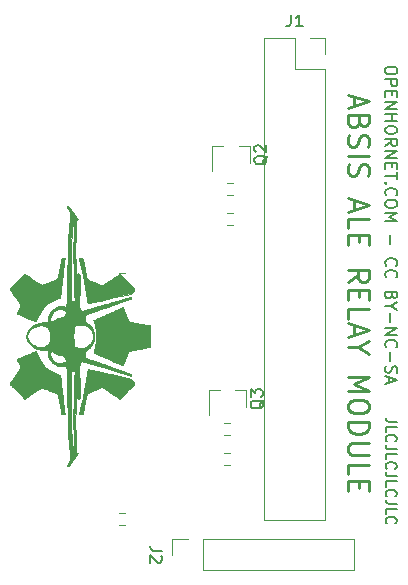
<source format=gbr>
G04 #@! TF.GenerationSoftware,KiCad,Pcbnew,(5.1.9)-1*
G04 #@! TF.CreationDate,2022-07-29T13:53:29-06:00*
G04 #@! TF.ProjectId,ABSIS_ALE_Relay_Module,41425349-535f-4414-9c45-5f52656c6179,1*
G04 #@! TF.SameCoordinates,Original*
G04 #@! TF.FileFunction,Legend,Top*
G04 #@! TF.FilePolarity,Positive*
%FSLAX46Y46*%
G04 Gerber Fmt 4.6, Leading zero omitted, Abs format (unit mm)*
G04 Created by KiCad (PCBNEW (5.1.9)-1) date 2022-07-29 13:53:29*
%MOMM*%
%LPD*%
G01*
G04 APERTURE LIST*
%ADD10C,0.250000*%
%ADD11C,0.150000*%
%ADD12C,0.010000*%
%ADD13C,0.120000*%
G04 APERTURE END LIST*
D10*
X152082333Y-72021666D02*
X152082333Y-72855000D01*
X151582333Y-71855000D02*
X153332333Y-72438333D01*
X151582333Y-73021666D01*
X152499000Y-74188333D02*
X152415666Y-74438333D01*
X152332333Y-74521666D01*
X152165666Y-74605000D01*
X151915666Y-74605000D01*
X151749000Y-74521666D01*
X151665666Y-74438333D01*
X151582333Y-74271666D01*
X151582333Y-73605000D01*
X153332333Y-73605000D01*
X153332333Y-74188333D01*
X153249000Y-74355000D01*
X153165666Y-74438333D01*
X152999000Y-74521666D01*
X152832333Y-74521666D01*
X152665666Y-74438333D01*
X152582333Y-74355000D01*
X152499000Y-74188333D01*
X152499000Y-73605000D01*
X151665666Y-75271666D02*
X151582333Y-75521666D01*
X151582333Y-75938333D01*
X151665666Y-76105000D01*
X151749000Y-76188333D01*
X151915666Y-76271666D01*
X152082333Y-76271666D01*
X152249000Y-76188333D01*
X152332333Y-76105000D01*
X152415666Y-75938333D01*
X152499000Y-75605000D01*
X152582333Y-75438333D01*
X152665666Y-75355000D01*
X152832333Y-75271666D01*
X152999000Y-75271666D01*
X153165666Y-75355000D01*
X153249000Y-75438333D01*
X153332333Y-75605000D01*
X153332333Y-76021666D01*
X153249000Y-76271666D01*
X151582333Y-77021666D02*
X153332333Y-77021666D01*
X151665666Y-77771666D02*
X151582333Y-78021666D01*
X151582333Y-78438333D01*
X151665666Y-78605000D01*
X151749000Y-78688333D01*
X151915666Y-78771666D01*
X152082333Y-78771666D01*
X152249000Y-78688333D01*
X152332333Y-78605000D01*
X152415666Y-78438333D01*
X152499000Y-78105000D01*
X152582333Y-77938333D01*
X152665666Y-77855000D01*
X152832333Y-77771666D01*
X152999000Y-77771666D01*
X153165666Y-77855000D01*
X153249000Y-77938333D01*
X153332333Y-78105000D01*
X153332333Y-78521666D01*
X153249000Y-78771666D01*
X152082333Y-80771666D02*
X152082333Y-81605000D01*
X151582333Y-80605000D02*
X153332333Y-81188333D01*
X151582333Y-81771666D01*
X151582333Y-83188333D02*
X151582333Y-82355000D01*
X153332333Y-82355000D01*
X152499000Y-83771666D02*
X152499000Y-84355000D01*
X151582333Y-84605000D02*
X151582333Y-83771666D01*
X153332333Y-83771666D01*
X153332333Y-84605000D01*
X151582333Y-87688333D02*
X152415666Y-87105000D01*
X151582333Y-86688333D02*
X153332333Y-86688333D01*
X153332333Y-87355000D01*
X153249000Y-87521666D01*
X153165666Y-87605000D01*
X152999000Y-87688333D01*
X152749000Y-87688333D01*
X152582333Y-87605000D01*
X152499000Y-87521666D01*
X152415666Y-87355000D01*
X152415666Y-86688333D01*
X152499000Y-88438333D02*
X152499000Y-89021666D01*
X151582333Y-89271666D02*
X151582333Y-88438333D01*
X153332333Y-88438333D01*
X153332333Y-89271666D01*
X151582333Y-90855000D02*
X151582333Y-90021666D01*
X153332333Y-90021666D01*
X152082333Y-91355000D02*
X152082333Y-92188333D01*
X151582333Y-91188333D02*
X153332333Y-91771666D01*
X151582333Y-92355000D01*
X152415666Y-93271666D02*
X151582333Y-93271666D01*
X153332333Y-92688333D02*
X152415666Y-93271666D01*
X153332333Y-93855000D01*
X151582333Y-95771666D02*
X153332333Y-95771666D01*
X152082333Y-96355000D01*
X153332333Y-96938333D01*
X151582333Y-96938333D01*
X153332333Y-98105000D02*
X153332333Y-98438333D01*
X153249000Y-98605000D01*
X153082333Y-98771666D01*
X152749000Y-98855000D01*
X152165666Y-98855000D01*
X151832333Y-98771666D01*
X151665666Y-98605000D01*
X151582333Y-98438333D01*
X151582333Y-98105000D01*
X151665666Y-97938333D01*
X151832333Y-97771666D01*
X152165666Y-97688333D01*
X152749000Y-97688333D01*
X153082333Y-97771666D01*
X153249000Y-97938333D01*
X153332333Y-98105000D01*
X151582333Y-99605000D02*
X153332333Y-99605000D01*
X153332333Y-100021666D01*
X153249000Y-100271666D01*
X153082333Y-100438333D01*
X152915666Y-100521666D01*
X152582333Y-100605000D01*
X152332333Y-100605000D01*
X151999000Y-100521666D01*
X151832333Y-100438333D01*
X151665666Y-100271666D01*
X151582333Y-100021666D01*
X151582333Y-99605000D01*
X153332333Y-101355000D02*
X151915666Y-101355000D01*
X151749000Y-101438333D01*
X151665666Y-101521666D01*
X151582333Y-101688333D01*
X151582333Y-102021666D01*
X151665666Y-102188333D01*
X151749000Y-102271666D01*
X151915666Y-102355000D01*
X153332333Y-102355000D01*
X151582333Y-104021666D02*
X151582333Y-103188333D01*
X153332333Y-103188333D01*
X152499000Y-104605000D02*
X152499000Y-105188333D01*
X151582333Y-105438333D02*
X151582333Y-104605000D01*
X153332333Y-104605000D01*
X153332333Y-105438333D01*
D11*
X155660857Y-99558857D02*
X155018000Y-99558857D01*
X154889428Y-99516000D01*
X154803714Y-99430285D01*
X154760857Y-99301714D01*
X154760857Y-99216000D01*
X154760857Y-100416000D02*
X154760857Y-99987428D01*
X155660857Y-99987428D01*
X154846571Y-101230285D02*
X154803714Y-101187428D01*
X154760857Y-101058857D01*
X154760857Y-100973142D01*
X154803714Y-100844571D01*
X154889428Y-100758857D01*
X154975142Y-100716000D01*
X155146571Y-100673142D01*
X155275142Y-100673142D01*
X155446571Y-100716000D01*
X155532285Y-100758857D01*
X155618000Y-100844571D01*
X155660857Y-100973142D01*
X155660857Y-101058857D01*
X155618000Y-101187428D01*
X155575142Y-101230285D01*
X155660857Y-101873142D02*
X155018000Y-101873142D01*
X154889428Y-101830285D01*
X154803714Y-101744571D01*
X154760857Y-101616000D01*
X154760857Y-101530285D01*
X154760857Y-102730285D02*
X154760857Y-102301714D01*
X155660857Y-102301714D01*
X154846571Y-103544571D02*
X154803714Y-103501714D01*
X154760857Y-103373142D01*
X154760857Y-103287428D01*
X154803714Y-103158857D01*
X154889428Y-103073142D01*
X154975142Y-103030285D01*
X155146571Y-102987428D01*
X155275142Y-102987428D01*
X155446571Y-103030285D01*
X155532285Y-103073142D01*
X155618000Y-103158857D01*
X155660857Y-103287428D01*
X155660857Y-103373142D01*
X155618000Y-103501714D01*
X155575142Y-103544571D01*
X155660857Y-104187428D02*
X155018000Y-104187428D01*
X154889428Y-104144571D01*
X154803714Y-104058857D01*
X154760857Y-103930285D01*
X154760857Y-103844571D01*
X154760857Y-105044571D02*
X154760857Y-104616000D01*
X155660857Y-104616000D01*
X154846571Y-105858857D02*
X154803714Y-105816000D01*
X154760857Y-105687428D01*
X154760857Y-105601714D01*
X154803714Y-105473142D01*
X154889428Y-105387428D01*
X154975142Y-105344571D01*
X155146571Y-105301714D01*
X155275142Y-105301714D01*
X155446571Y-105344571D01*
X155532285Y-105387428D01*
X155618000Y-105473142D01*
X155660857Y-105601714D01*
X155660857Y-105687428D01*
X155618000Y-105816000D01*
X155575142Y-105858857D01*
X155660857Y-106501714D02*
X155018000Y-106501714D01*
X154889428Y-106458857D01*
X154803714Y-106373142D01*
X154760857Y-106244571D01*
X154760857Y-106158857D01*
X154760857Y-107358857D02*
X154760857Y-106930285D01*
X155660857Y-106930285D01*
X154846571Y-108173142D02*
X154803714Y-108130285D01*
X154760857Y-108001714D01*
X154760857Y-107916000D01*
X154803714Y-107787428D01*
X154889428Y-107701714D01*
X154975142Y-107658857D01*
X155146571Y-107616000D01*
X155275142Y-107616000D01*
X155446571Y-107658857D01*
X155532285Y-107701714D01*
X155618000Y-107787428D01*
X155660857Y-107916000D01*
X155660857Y-108001714D01*
X155618000Y-108130285D01*
X155575142Y-108173142D01*
X155715619Y-69721333D02*
X155715619Y-69911809D01*
X155668000Y-70007047D01*
X155572761Y-70102285D01*
X155382285Y-70149904D01*
X155048952Y-70149904D01*
X154858476Y-70102285D01*
X154763238Y-70007047D01*
X154715619Y-69911809D01*
X154715619Y-69721333D01*
X154763238Y-69626095D01*
X154858476Y-69530857D01*
X155048952Y-69483238D01*
X155382285Y-69483238D01*
X155572761Y-69530857D01*
X155668000Y-69626095D01*
X155715619Y-69721333D01*
X154715619Y-70578476D02*
X155715619Y-70578476D01*
X155715619Y-70959428D01*
X155668000Y-71054666D01*
X155620380Y-71102285D01*
X155525142Y-71149904D01*
X155382285Y-71149904D01*
X155287047Y-71102285D01*
X155239428Y-71054666D01*
X155191809Y-70959428D01*
X155191809Y-70578476D01*
X155239428Y-71578476D02*
X155239428Y-71911809D01*
X154715619Y-72054666D02*
X154715619Y-71578476D01*
X155715619Y-71578476D01*
X155715619Y-72054666D01*
X154715619Y-72483238D02*
X155715619Y-72483238D01*
X154715619Y-73054666D01*
X155715619Y-73054666D01*
X154715619Y-73530857D02*
X155715619Y-73530857D01*
X155239428Y-73530857D02*
X155239428Y-74102285D01*
X154715619Y-74102285D02*
X155715619Y-74102285D01*
X155715619Y-74768952D02*
X155715619Y-74959428D01*
X155668000Y-75054666D01*
X155572761Y-75149904D01*
X155382285Y-75197523D01*
X155048952Y-75197523D01*
X154858476Y-75149904D01*
X154763238Y-75054666D01*
X154715619Y-74959428D01*
X154715619Y-74768952D01*
X154763238Y-74673714D01*
X154858476Y-74578476D01*
X155048952Y-74530857D01*
X155382285Y-74530857D01*
X155572761Y-74578476D01*
X155668000Y-74673714D01*
X155715619Y-74768952D01*
X154715619Y-76197523D02*
X155191809Y-75864190D01*
X154715619Y-75626095D02*
X155715619Y-75626095D01*
X155715619Y-76007047D01*
X155668000Y-76102285D01*
X155620380Y-76149904D01*
X155525142Y-76197523D01*
X155382285Y-76197523D01*
X155287047Y-76149904D01*
X155239428Y-76102285D01*
X155191809Y-76007047D01*
X155191809Y-75626095D01*
X154715619Y-76626095D02*
X155715619Y-76626095D01*
X154715619Y-77197523D01*
X155715619Y-77197523D01*
X155239428Y-77673714D02*
X155239428Y-78007047D01*
X154715619Y-78149904D02*
X154715619Y-77673714D01*
X155715619Y-77673714D01*
X155715619Y-78149904D01*
X155715619Y-78435619D02*
X155715619Y-79007047D01*
X154715619Y-78721333D02*
X155715619Y-78721333D01*
X154810857Y-79340380D02*
X154763238Y-79388000D01*
X154715619Y-79340380D01*
X154763238Y-79292761D01*
X154810857Y-79340380D01*
X154715619Y-79340380D01*
X154810857Y-80388000D02*
X154763238Y-80340380D01*
X154715619Y-80197523D01*
X154715619Y-80102285D01*
X154763238Y-79959428D01*
X154858476Y-79864190D01*
X154953714Y-79816571D01*
X155144190Y-79768952D01*
X155287047Y-79768952D01*
X155477523Y-79816571D01*
X155572761Y-79864190D01*
X155668000Y-79959428D01*
X155715619Y-80102285D01*
X155715619Y-80197523D01*
X155668000Y-80340380D01*
X155620380Y-80388000D01*
X155715619Y-81007047D02*
X155715619Y-81197523D01*
X155668000Y-81292761D01*
X155572761Y-81388000D01*
X155382285Y-81435619D01*
X155048952Y-81435619D01*
X154858476Y-81388000D01*
X154763238Y-81292761D01*
X154715619Y-81197523D01*
X154715619Y-81007047D01*
X154763238Y-80911809D01*
X154858476Y-80816571D01*
X155048952Y-80768952D01*
X155382285Y-80768952D01*
X155572761Y-80816571D01*
X155668000Y-80911809D01*
X155715619Y-81007047D01*
X154715619Y-81864190D02*
X155715619Y-81864190D01*
X155001333Y-82197523D01*
X155715619Y-82530857D01*
X154715619Y-82530857D01*
X155096571Y-83768952D02*
X155096571Y-84530857D01*
X154810857Y-86340380D02*
X154763238Y-86292761D01*
X154715619Y-86149904D01*
X154715619Y-86054666D01*
X154763238Y-85911809D01*
X154858476Y-85816571D01*
X154953714Y-85768952D01*
X155144190Y-85721333D01*
X155287047Y-85721333D01*
X155477523Y-85768952D01*
X155572761Y-85816571D01*
X155668000Y-85911809D01*
X155715619Y-86054666D01*
X155715619Y-86149904D01*
X155668000Y-86292761D01*
X155620380Y-86340380D01*
X154810857Y-87340380D02*
X154763238Y-87292761D01*
X154715619Y-87149904D01*
X154715619Y-87054666D01*
X154763238Y-86911809D01*
X154858476Y-86816571D01*
X154953714Y-86768952D01*
X155144190Y-86721333D01*
X155287047Y-86721333D01*
X155477523Y-86768952D01*
X155572761Y-86816571D01*
X155668000Y-86911809D01*
X155715619Y-87054666D01*
X155715619Y-87149904D01*
X155668000Y-87292761D01*
X155620380Y-87340380D01*
X155239428Y-88864190D02*
X155191809Y-89007047D01*
X155144190Y-89054666D01*
X155048952Y-89102285D01*
X154906095Y-89102285D01*
X154810857Y-89054666D01*
X154763238Y-89007047D01*
X154715619Y-88911809D01*
X154715619Y-88530857D01*
X155715619Y-88530857D01*
X155715619Y-88864190D01*
X155668000Y-88959428D01*
X155620380Y-89007047D01*
X155525142Y-89054666D01*
X155429904Y-89054666D01*
X155334666Y-89007047D01*
X155287047Y-88959428D01*
X155239428Y-88864190D01*
X155239428Y-88530857D01*
X155191809Y-89721333D02*
X154715619Y-89721333D01*
X155715619Y-89388000D02*
X155191809Y-89721333D01*
X155715619Y-90054666D01*
X155096571Y-90388000D02*
X155096571Y-91149904D01*
X154715619Y-91626095D02*
X155715619Y-91626095D01*
X154715619Y-92197523D01*
X155715619Y-92197523D01*
X154810857Y-93245142D02*
X154763238Y-93197523D01*
X154715619Y-93054666D01*
X154715619Y-92959428D01*
X154763238Y-92816571D01*
X154858476Y-92721333D01*
X154953714Y-92673714D01*
X155144190Y-92626095D01*
X155287047Y-92626095D01*
X155477523Y-92673714D01*
X155572761Y-92721333D01*
X155668000Y-92816571D01*
X155715619Y-92959428D01*
X155715619Y-93054666D01*
X155668000Y-93197523D01*
X155620380Y-93245142D01*
X155096571Y-93673714D02*
X155096571Y-94435619D01*
X154763238Y-94864190D02*
X154715619Y-95007047D01*
X154715619Y-95245142D01*
X154763238Y-95340380D01*
X154810857Y-95388000D01*
X154906095Y-95435619D01*
X155001333Y-95435619D01*
X155096571Y-95388000D01*
X155144190Y-95340380D01*
X155191809Y-95245142D01*
X155239428Y-95054666D01*
X155287047Y-94959428D01*
X155334666Y-94911809D01*
X155429904Y-94864190D01*
X155525142Y-94864190D01*
X155620380Y-94911809D01*
X155668000Y-94959428D01*
X155715619Y-95054666D01*
X155715619Y-95292761D01*
X155668000Y-95435619D01*
X155001333Y-95816571D02*
X155001333Y-96292761D01*
X154715619Y-95721333D02*
X155715619Y-96054666D01*
X154715619Y-96388000D01*
D12*
G36*
X127555662Y-85748260D02*
G01*
X127552923Y-85773885D01*
X127548494Y-85814348D01*
X127542490Y-85868652D01*
X127535021Y-85935805D01*
X127526201Y-86014812D01*
X127516141Y-86104680D01*
X127504955Y-86204413D01*
X127492755Y-86313018D01*
X127479654Y-86429501D01*
X127465763Y-86552868D01*
X127451195Y-86682124D01*
X127436064Y-86816276D01*
X127420480Y-86954329D01*
X127404557Y-87095289D01*
X127388407Y-87238162D01*
X127372143Y-87381955D01*
X127355877Y-87525672D01*
X127339722Y-87668320D01*
X127323789Y-87808904D01*
X127308192Y-87946431D01*
X127293043Y-88079906D01*
X127278454Y-88208336D01*
X127264538Y-88330726D01*
X127251407Y-88446081D01*
X127239174Y-88553409D01*
X127227952Y-88651715D01*
X127217852Y-88740004D01*
X127208987Y-88817283D01*
X127201470Y-88882557D01*
X127195413Y-88934832D01*
X127190928Y-88973115D01*
X127188129Y-88996411D01*
X127187341Y-89002524D01*
X127182425Y-89025645D01*
X127173700Y-89037221D01*
X127158484Y-89042400D01*
X127145658Y-89046893D01*
X127119203Y-89057675D01*
X127080873Y-89073959D01*
X127032420Y-89094955D01*
X126975600Y-89119876D01*
X126912165Y-89147932D01*
X126843869Y-89178336D01*
X126772467Y-89210299D01*
X126699711Y-89243033D01*
X126627357Y-89275749D01*
X126557156Y-89307658D01*
X126490864Y-89337973D01*
X126430233Y-89365905D01*
X126377019Y-89390666D01*
X126332973Y-89411466D01*
X126299851Y-89427518D01*
X126284336Y-89435385D01*
X126213665Y-89477127D01*
X126137338Y-89530358D01*
X126058660Y-89592201D01*
X125980940Y-89659779D01*
X125907482Y-89730214D01*
X125841595Y-89800630D01*
X125786584Y-89868148D01*
X125785852Y-89869133D01*
X125775707Y-89884369D01*
X125757934Y-89912812D01*
X125733384Y-89953014D01*
X125702910Y-90003523D01*
X125667361Y-90062891D01*
X125627591Y-90129669D01*
X125584450Y-90202405D01*
X125538789Y-90279651D01*
X125491461Y-90359957D01*
X125443317Y-90441874D01*
X125395207Y-90523951D01*
X125347984Y-90604739D01*
X125302500Y-90682788D01*
X125259604Y-90756649D01*
X125220150Y-90824872D01*
X125184988Y-90886007D01*
X125154970Y-90938604D01*
X125130947Y-90981215D01*
X125113771Y-91012388D01*
X125108166Y-91022946D01*
X125088567Y-91060681D01*
X124313867Y-90740104D01*
X124176612Y-90683187D01*
X124051261Y-90630960D01*
X123938222Y-90583597D01*
X123837904Y-90541275D01*
X123750716Y-90504168D01*
X123677065Y-90472452D01*
X123617359Y-90446300D01*
X123572009Y-90425890D01*
X123541421Y-90411395D01*
X123526005Y-90402990D01*
X123524350Y-90401626D01*
X123512916Y-90379865D01*
X123509534Y-90362008D01*
X123513428Y-90349951D01*
X123524542Y-90324719D01*
X123542026Y-90288023D01*
X123565027Y-90241574D01*
X123592695Y-90187083D01*
X123624179Y-90126261D01*
X123658626Y-90060818D01*
X123670400Y-90038686D01*
X123712149Y-89960212D01*
X123746435Y-89895096D01*
X123773878Y-89841820D01*
X123795104Y-89798863D01*
X123810733Y-89764707D01*
X123821388Y-89737832D01*
X123827692Y-89716719D01*
X123830267Y-89699848D01*
X123829737Y-89685700D01*
X123826722Y-89672756D01*
X123823763Y-89664368D01*
X123817972Y-89654679D01*
X123803257Y-89632046D01*
X123780298Y-89597469D01*
X123749773Y-89551952D01*
X123712362Y-89496495D01*
X123668744Y-89432101D01*
X123619598Y-89359773D01*
X123565602Y-89280512D01*
X123507436Y-89195320D01*
X123445779Y-89105200D01*
X123381310Y-89011154D01*
X123366563Y-88989667D01*
X123289473Y-88877355D01*
X123221429Y-88778135D01*
X123161900Y-88691132D01*
X123110357Y-88615472D01*
X123066268Y-88550281D01*
X123029104Y-88494686D01*
X122998334Y-88447812D01*
X122973427Y-88408785D01*
X122953853Y-88376732D01*
X122939083Y-88350779D01*
X122928584Y-88330051D01*
X122921827Y-88313674D01*
X122918282Y-88300775D01*
X122917417Y-88290479D01*
X122918703Y-88281913D01*
X122921609Y-88274203D01*
X122925605Y-88266474D01*
X122926569Y-88264700D01*
X122934204Y-88255621D01*
X122952872Y-88235634D01*
X122981576Y-88205736D01*
X123019319Y-88166923D01*
X123065105Y-88120191D01*
X123117937Y-88066539D01*
X123176820Y-88006962D01*
X123240755Y-87942456D01*
X123308746Y-87874020D01*
X123379798Y-87802649D01*
X123452912Y-87729340D01*
X123527093Y-87655089D01*
X123601344Y-87580894D01*
X123674669Y-87507752D01*
X123746070Y-87436657D01*
X123814551Y-87368609D01*
X123879116Y-87304602D01*
X123938768Y-87245635D01*
X123992510Y-87192703D01*
X124039346Y-87146803D01*
X124078279Y-87108932D01*
X124108312Y-87080087D01*
X124128449Y-87061264D01*
X124137693Y-87053459D01*
X124137763Y-87053421D01*
X124156262Y-87045070D01*
X124174091Y-87041451D01*
X124193594Y-87043430D01*
X124217110Y-87051878D01*
X124246982Y-87067662D01*
X124285550Y-87091651D01*
X124335155Y-87124713D01*
X124341413Y-87128959D01*
X124369704Y-87148233D01*
X124410509Y-87176110D01*
X124462385Y-87211601D01*
X124523890Y-87253720D01*
X124593584Y-87301478D01*
X124670025Y-87353887D01*
X124751770Y-87409958D01*
X124837378Y-87468703D01*
X124925407Y-87529134D01*
X125003900Y-87583041D01*
X125089582Y-87641803D01*
X125171711Y-87697951D01*
X125249146Y-87750715D01*
X125320748Y-87799328D01*
X125385375Y-87843019D01*
X125441888Y-87881021D01*
X125489146Y-87912565D01*
X125526009Y-87936881D01*
X125551337Y-87953201D01*
X125563989Y-87960757D01*
X125564545Y-87961014D01*
X125590728Y-87969218D01*
X125615106Y-87972600D01*
X125627322Y-87969471D01*
X125653749Y-87960471D01*
X125692940Y-87946181D01*
X125743450Y-87927179D01*
X125803832Y-87904046D01*
X125872642Y-87877362D01*
X125948434Y-87847707D01*
X126029760Y-87815660D01*
X126115176Y-87781802D01*
X126203236Y-87746712D01*
X126292493Y-87710970D01*
X126381502Y-87675157D01*
X126468817Y-87639852D01*
X126552993Y-87605635D01*
X126632582Y-87573087D01*
X126706140Y-87542786D01*
X126772220Y-87515313D01*
X126829377Y-87491248D01*
X126876165Y-87471171D01*
X126911137Y-87455661D01*
X126932849Y-87445299D01*
X126939313Y-87441478D01*
X126957809Y-87423955D01*
X126970714Y-87408285D01*
X126971843Y-87406375D01*
X126974430Y-87396205D01*
X126979862Y-87370543D01*
X126987916Y-87330550D01*
X126998372Y-87277387D01*
X127011005Y-87212214D01*
X127025593Y-87136193D01*
X127041915Y-87050485D01*
X127059748Y-86956249D01*
X127078869Y-86854649D01*
X127099056Y-86746843D01*
X127120086Y-86633994D01*
X127128604Y-86588138D01*
X127155875Y-86441589D01*
X127180318Y-86311129D01*
X127202048Y-86196172D01*
X127221184Y-86096132D01*
X127237842Y-86010422D01*
X127252138Y-85938456D01*
X127264190Y-85879649D01*
X127274115Y-85833413D01*
X127282029Y-85799163D01*
X127288049Y-85776313D01*
X127292292Y-85764276D01*
X127293151Y-85762800D01*
X127307357Y-85746200D01*
X127324074Y-85734534D01*
X127346435Y-85726974D01*
X127377575Y-85722692D01*
X127420628Y-85720859D01*
X127452884Y-85720591D01*
X127496240Y-85720674D01*
X127525451Y-85721366D01*
X127543305Y-85723147D01*
X127552588Y-85726497D01*
X127556089Y-85731899D01*
X127556601Y-85738465D01*
X127555662Y-85748260D01*
G37*
X127555662Y-85748260D02*
X127552923Y-85773885D01*
X127548494Y-85814348D01*
X127542490Y-85868652D01*
X127535021Y-85935805D01*
X127526201Y-86014812D01*
X127516141Y-86104680D01*
X127504955Y-86204413D01*
X127492755Y-86313018D01*
X127479654Y-86429501D01*
X127465763Y-86552868D01*
X127451195Y-86682124D01*
X127436064Y-86816276D01*
X127420480Y-86954329D01*
X127404557Y-87095289D01*
X127388407Y-87238162D01*
X127372143Y-87381955D01*
X127355877Y-87525672D01*
X127339722Y-87668320D01*
X127323789Y-87808904D01*
X127308192Y-87946431D01*
X127293043Y-88079906D01*
X127278454Y-88208336D01*
X127264538Y-88330726D01*
X127251407Y-88446081D01*
X127239174Y-88553409D01*
X127227952Y-88651715D01*
X127217852Y-88740004D01*
X127208987Y-88817283D01*
X127201470Y-88882557D01*
X127195413Y-88934832D01*
X127190928Y-88973115D01*
X127188129Y-88996411D01*
X127187341Y-89002524D01*
X127182425Y-89025645D01*
X127173700Y-89037221D01*
X127158484Y-89042400D01*
X127145658Y-89046893D01*
X127119203Y-89057675D01*
X127080873Y-89073959D01*
X127032420Y-89094955D01*
X126975600Y-89119876D01*
X126912165Y-89147932D01*
X126843869Y-89178336D01*
X126772467Y-89210299D01*
X126699711Y-89243033D01*
X126627357Y-89275749D01*
X126557156Y-89307658D01*
X126490864Y-89337973D01*
X126430233Y-89365905D01*
X126377019Y-89390666D01*
X126332973Y-89411466D01*
X126299851Y-89427518D01*
X126284336Y-89435385D01*
X126213665Y-89477127D01*
X126137338Y-89530358D01*
X126058660Y-89592201D01*
X125980940Y-89659779D01*
X125907482Y-89730214D01*
X125841595Y-89800630D01*
X125786584Y-89868148D01*
X125785852Y-89869133D01*
X125775707Y-89884369D01*
X125757934Y-89912812D01*
X125733384Y-89953014D01*
X125702910Y-90003523D01*
X125667361Y-90062891D01*
X125627591Y-90129669D01*
X125584450Y-90202405D01*
X125538789Y-90279651D01*
X125491461Y-90359957D01*
X125443317Y-90441874D01*
X125395207Y-90523951D01*
X125347984Y-90604739D01*
X125302500Y-90682788D01*
X125259604Y-90756649D01*
X125220150Y-90824872D01*
X125184988Y-90886007D01*
X125154970Y-90938604D01*
X125130947Y-90981215D01*
X125113771Y-91012388D01*
X125108166Y-91022946D01*
X125088567Y-91060681D01*
X124313867Y-90740104D01*
X124176612Y-90683187D01*
X124051261Y-90630960D01*
X123938222Y-90583597D01*
X123837904Y-90541275D01*
X123750716Y-90504168D01*
X123677065Y-90472452D01*
X123617359Y-90446300D01*
X123572009Y-90425890D01*
X123541421Y-90411395D01*
X123526005Y-90402990D01*
X123524350Y-90401626D01*
X123512916Y-90379865D01*
X123509534Y-90362008D01*
X123513428Y-90349951D01*
X123524542Y-90324719D01*
X123542026Y-90288023D01*
X123565027Y-90241574D01*
X123592695Y-90187083D01*
X123624179Y-90126261D01*
X123658626Y-90060818D01*
X123670400Y-90038686D01*
X123712149Y-89960212D01*
X123746435Y-89895096D01*
X123773878Y-89841820D01*
X123795104Y-89798863D01*
X123810733Y-89764707D01*
X123821388Y-89737832D01*
X123827692Y-89716719D01*
X123830267Y-89699848D01*
X123829737Y-89685700D01*
X123826722Y-89672756D01*
X123823763Y-89664368D01*
X123817972Y-89654679D01*
X123803257Y-89632046D01*
X123780298Y-89597469D01*
X123749773Y-89551952D01*
X123712362Y-89496495D01*
X123668744Y-89432101D01*
X123619598Y-89359773D01*
X123565602Y-89280512D01*
X123507436Y-89195320D01*
X123445779Y-89105200D01*
X123381310Y-89011154D01*
X123366563Y-88989667D01*
X123289473Y-88877355D01*
X123221429Y-88778135D01*
X123161900Y-88691132D01*
X123110357Y-88615472D01*
X123066268Y-88550281D01*
X123029104Y-88494686D01*
X122998334Y-88447812D01*
X122973427Y-88408785D01*
X122953853Y-88376732D01*
X122939083Y-88350779D01*
X122928584Y-88330051D01*
X122921827Y-88313674D01*
X122918282Y-88300775D01*
X122917417Y-88290479D01*
X122918703Y-88281913D01*
X122921609Y-88274203D01*
X122925605Y-88266474D01*
X122926569Y-88264700D01*
X122934204Y-88255621D01*
X122952872Y-88235634D01*
X122981576Y-88205736D01*
X123019319Y-88166923D01*
X123065105Y-88120191D01*
X123117937Y-88066539D01*
X123176820Y-88006962D01*
X123240755Y-87942456D01*
X123308746Y-87874020D01*
X123379798Y-87802649D01*
X123452912Y-87729340D01*
X123527093Y-87655089D01*
X123601344Y-87580894D01*
X123674669Y-87507752D01*
X123746070Y-87436657D01*
X123814551Y-87368609D01*
X123879116Y-87304602D01*
X123938768Y-87245635D01*
X123992510Y-87192703D01*
X124039346Y-87146803D01*
X124078279Y-87108932D01*
X124108312Y-87080087D01*
X124128449Y-87061264D01*
X124137693Y-87053459D01*
X124137763Y-87053421D01*
X124156262Y-87045070D01*
X124174091Y-87041451D01*
X124193594Y-87043430D01*
X124217110Y-87051878D01*
X124246982Y-87067662D01*
X124285550Y-87091651D01*
X124335155Y-87124713D01*
X124341413Y-87128959D01*
X124369704Y-87148233D01*
X124410509Y-87176110D01*
X124462385Y-87211601D01*
X124523890Y-87253720D01*
X124593584Y-87301478D01*
X124670025Y-87353887D01*
X124751770Y-87409958D01*
X124837378Y-87468703D01*
X124925407Y-87529134D01*
X125003900Y-87583041D01*
X125089582Y-87641803D01*
X125171711Y-87697951D01*
X125249146Y-87750715D01*
X125320748Y-87799328D01*
X125385375Y-87843019D01*
X125441888Y-87881021D01*
X125489146Y-87912565D01*
X125526009Y-87936881D01*
X125551337Y-87953201D01*
X125563989Y-87960757D01*
X125564545Y-87961014D01*
X125590728Y-87969218D01*
X125615106Y-87972600D01*
X125627322Y-87969471D01*
X125653749Y-87960471D01*
X125692940Y-87946181D01*
X125743450Y-87927179D01*
X125803832Y-87904046D01*
X125872642Y-87877362D01*
X125948434Y-87847707D01*
X126029760Y-87815660D01*
X126115176Y-87781802D01*
X126203236Y-87746712D01*
X126292493Y-87710970D01*
X126381502Y-87675157D01*
X126468817Y-87639852D01*
X126552993Y-87605635D01*
X126632582Y-87573087D01*
X126706140Y-87542786D01*
X126772220Y-87515313D01*
X126829377Y-87491248D01*
X126876165Y-87471171D01*
X126911137Y-87455661D01*
X126932849Y-87445299D01*
X126939313Y-87441478D01*
X126957809Y-87423955D01*
X126970714Y-87408285D01*
X126971843Y-87406375D01*
X126974430Y-87396205D01*
X126979862Y-87370543D01*
X126987916Y-87330550D01*
X126998372Y-87277387D01*
X127011005Y-87212214D01*
X127025593Y-87136193D01*
X127041915Y-87050485D01*
X127059748Y-86956249D01*
X127078869Y-86854649D01*
X127099056Y-86746843D01*
X127120086Y-86633994D01*
X127128604Y-86588138D01*
X127155875Y-86441589D01*
X127180318Y-86311129D01*
X127202048Y-86196172D01*
X127221184Y-86096132D01*
X127237842Y-86010422D01*
X127252138Y-85938456D01*
X127264190Y-85879649D01*
X127274115Y-85833413D01*
X127282029Y-85799163D01*
X127288049Y-85776313D01*
X127292292Y-85764276D01*
X127293151Y-85762800D01*
X127307357Y-85746200D01*
X127324074Y-85734534D01*
X127346435Y-85726974D01*
X127377575Y-85722692D01*
X127420628Y-85720859D01*
X127452884Y-85720591D01*
X127496240Y-85720674D01*
X127525451Y-85721366D01*
X127543305Y-85723147D01*
X127552588Y-85726497D01*
X127556089Y-85731899D01*
X127556601Y-85738465D01*
X127555662Y-85748260D01*
G36*
X127556057Y-98908594D02*
G01*
X127552508Y-98914266D01*
X127543074Y-98917654D01*
X127524877Y-98919347D01*
X127495037Y-98919933D01*
X127458962Y-98920000D01*
X127401681Y-98918608D01*
X127358641Y-98913997D01*
X127327347Y-98905517D01*
X127305301Y-98892516D01*
X127291204Y-98876257D01*
X127287775Y-98865079D01*
X127281520Y-98838300D01*
X127272647Y-98796975D01*
X127261363Y-98742162D01*
X127247877Y-98674918D01*
X127232396Y-98596300D01*
X127215129Y-98507365D01*
X127196283Y-98409171D01*
X127176066Y-98302773D01*
X127154686Y-98189230D01*
X127132351Y-98069599D01*
X127129255Y-98052935D01*
X127107948Y-97938469D01*
X127087401Y-97828598D01*
X127067836Y-97724481D01*
X127049476Y-97627280D01*
X127032542Y-97538153D01*
X127017258Y-97458262D01*
X127003846Y-97388766D01*
X126992527Y-97330826D01*
X126983524Y-97285602D01*
X126977060Y-97254254D01*
X126973357Y-97237943D01*
X126972705Y-97235902D01*
X126967450Y-97227322D01*
X126960577Y-97218908D01*
X126951066Y-97210196D01*
X126937896Y-97200724D01*
X126920045Y-97190031D01*
X126896493Y-97177654D01*
X126866218Y-97163131D01*
X126828200Y-97146001D01*
X126781417Y-97125801D01*
X126724848Y-97102069D01*
X126657472Y-97074343D01*
X126578267Y-97042162D01*
X126486214Y-97005062D01*
X126380290Y-96962583D01*
X126280226Y-96922555D01*
X126148470Y-96870020D01*
X126032001Y-96823867D01*
X125930477Y-96783964D01*
X125843554Y-96750180D01*
X125770888Y-96722386D01*
X125712137Y-96700450D01*
X125666956Y-96684242D01*
X125635003Y-96673631D01*
X125615934Y-96668486D01*
X125611359Y-96667919D01*
X125582961Y-96671351D01*
X125557374Y-96679602D01*
X125556191Y-96680199D01*
X125545840Y-96686727D01*
X125522576Y-96702138D01*
X125487441Y-96725724D01*
X125441474Y-96756777D01*
X125385719Y-96794588D01*
X125321217Y-96838450D01*
X125249009Y-96887655D01*
X125170137Y-96941493D01*
X125085642Y-96999258D01*
X124996566Y-97060240D01*
X124912724Y-97117714D01*
X124819877Y-97181398D01*
X124730320Y-97242822D01*
X124645135Y-97301245D01*
X124565403Y-97355925D01*
X124492207Y-97406120D01*
X124426627Y-97451089D01*
X124369745Y-97490090D01*
X124322643Y-97522381D01*
X124286402Y-97547220D01*
X124262104Y-97563867D01*
X124251534Y-97571100D01*
X124212870Y-97592334D01*
X124179632Y-97599200D01*
X124174273Y-97598804D01*
X124168231Y-97597161D01*
X124160793Y-97593591D01*
X124151244Y-97587415D01*
X124138869Y-97577950D01*
X124122954Y-97564517D01*
X124102785Y-97546436D01*
X124077647Y-97523025D01*
X124046826Y-97493604D01*
X124009607Y-97457493D01*
X123965276Y-97414011D01*
X123913118Y-97362478D01*
X123852419Y-97302213D01*
X123782465Y-97232536D01*
X123702540Y-97152766D01*
X123611931Y-97062222D01*
X123532882Y-96983185D01*
X123430970Y-96881395D01*
X123340297Y-96790963D01*
X123260281Y-96711123D01*
X123190340Y-96641108D01*
X123129893Y-96580151D01*
X123078358Y-96527486D01*
X123035153Y-96482345D01*
X122999697Y-96443963D01*
X122971408Y-96411572D01*
X122949704Y-96384407D01*
X122934004Y-96361699D01*
X122923726Y-96342682D01*
X122918289Y-96326590D01*
X122917110Y-96312656D01*
X122919608Y-96300113D01*
X122925202Y-96288195D01*
X122933309Y-96276134D01*
X122943349Y-96263165D01*
X122954739Y-96248520D01*
X122964863Y-96234453D01*
X122977019Y-96216676D01*
X122997946Y-96186119D01*
X123026835Y-96143964D01*
X123062874Y-96091393D01*
X123105253Y-96029587D01*
X123153163Y-95959729D01*
X123205792Y-95883000D01*
X123262330Y-95800581D01*
X123321967Y-95713654D01*
X123383892Y-95623402D01*
X123419231Y-95571902D01*
X123491583Y-95466409D01*
X123554910Y-95373926D01*
X123609808Y-95293531D01*
X123656878Y-95224303D01*
X123696718Y-95165320D01*
X123729926Y-95115661D01*
X123757101Y-95074403D01*
X123778843Y-95040625D01*
X123795748Y-95013405D01*
X123808418Y-94991822D01*
X123817449Y-94974953D01*
X123823441Y-94961878D01*
X123826992Y-94951674D01*
X123828701Y-94943420D01*
X123828949Y-94941136D01*
X123829410Y-94930816D01*
X123828490Y-94919935D01*
X123825477Y-94906961D01*
X123819660Y-94890358D01*
X123810329Y-94868595D01*
X123796771Y-94840137D01*
X123778276Y-94803450D01*
X123754133Y-94757000D01*
X123723631Y-94699256D01*
X123686058Y-94628681D01*
X123670914Y-94600308D01*
X123627092Y-94517611D01*
X123589641Y-94445638D01*
X123558917Y-94385116D01*
X123535280Y-94336768D01*
X123519086Y-94301319D01*
X123510695Y-94279493D01*
X123509534Y-94273700D01*
X123516768Y-94247380D01*
X123528584Y-94232045D01*
X123538526Y-94226812D01*
X123563033Y-94215588D01*
X123601015Y-94198832D01*
X123651379Y-94177001D01*
X123713034Y-94150554D01*
X123784887Y-94119949D01*
X123865849Y-94085644D01*
X123954826Y-94048097D01*
X124050728Y-94007766D01*
X124152463Y-93965110D01*
X124258938Y-93920586D01*
X124369064Y-93874653D01*
X124481746Y-93827769D01*
X124595896Y-93780392D01*
X124710419Y-93732979D01*
X124824226Y-93685991D01*
X124936224Y-93639883D01*
X125045322Y-93595115D01*
X125081452Y-93580325D01*
X125091613Y-93583665D01*
X125096170Y-93591744D01*
X125101918Y-93603701D01*
X125115508Y-93628830D01*
X125136128Y-93665749D01*
X125162968Y-93713073D01*
X125195218Y-93769418D01*
X125232068Y-93833401D01*
X125272707Y-93903639D01*
X125316325Y-93978746D01*
X125362112Y-94057340D01*
X125409257Y-94138037D01*
X125456950Y-94219453D01*
X125504380Y-94300205D01*
X125550738Y-94378908D01*
X125595213Y-94454178D01*
X125636995Y-94524633D01*
X125675273Y-94588888D01*
X125709237Y-94645560D01*
X125738077Y-94693264D01*
X125760982Y-94730617D01*
X125777143Y-94756236D01*
X125784329Y-94766889D01*
X125838443Y-94834212D01*
X125904379Y-94905292D01*
X125978537Y-94976902D01*
X126057314Y-95045813D01*
X126137110Y-95108795D01*
X126214321Y-95162620D01*
X126250870Y-95185111D01*
X126269527Y-95194976D01*
X126301514Y-95210718D01*
X126345022Y-95231517D01*
X126398245Y-95256552D01*
X126459375Y-95285003D01*
X126526606Y-95316049D01*
X126598129Y-95348868D01*
X126672139Y-95382641D01*
X126746826Y-95416546D01*
X126820385Y-95449764D01*
X126891008Y-95481473D01*
X126956887Y-95510852D01*
X127016216Y-95537081D01*
X127067187Y-95559339D01*
X127107993Y-95576806D01*
X127136827Y-95588661D01*
X127150765Y-95593769D01*
X127171422Y-95600155D01*
X127183097Y-95604146D01*
X127184067Y-95604654D01*
X127185009Y-95613024D01*
X127187773Y-95637411D01*
X127192268Y-95677007D01*
X127198402Y-95731004D01*
X127206083Y-95798594D01*
X127215218Y-95878970D01*
X127225717Y-95971323D01*
X127237487Y-96074845D01*
X127250437Y-96188729D01*
X127264474Y-96312166D01*
X127279506Y-96444350D01*
X127295443Y-96584471D01*
X127312192Y-96731722D01*
X127329661Y-96885295D01*
X127347758Y-97044382D01*
X127366391Y-97208176D01*
X127370334Y-97242831D01*
X127389091Y-97407808D01*
X127407330Y-97568421D01*
X127424958Y-97723850D01*
X127441882Y-97873274D01*
X127458011Y-98015874D01*
X127473253Y-98150828D01*
X127487515Y-98277316D01*
X127500705Y-98394518D01*
X127512731Y-98501613D01*
X127523500Y-98597781D01*
X127532921Y-98682201D01*
X127540900Y-98754053D01*
X127547347Y-98812517D01*
X127552169Y-98856771D01*
X127555273Y-98885997D01*
X127556567Y-98899373D01*
X127556601Y-98900050D01*
X127556057Y-98908594D01*
G37*
X127556057Y-98908594D02*
X127552508Y-98914266D01*
X127543074Y-98917654D01*
X127524877Y-98919347D01*
X127495037Y-98919933D01*
X127458962Y-98920000D01*
X127401681Y-98918608D01*
X127358641Y-98913997D01*
X127327347Y-98905517D01*
X127305301Y-98892516D01*
X127291204Y-98876257D01*
X127287775Y-98865079D01*
X127281520Y-98838300D01*
X127272647Y-98796975D01*
X127261363Y-98742162D01*
X127247877Y-98674918D01*
X127232396Y-98596300D01*
X127215129Y-98507365D01*
X127196283Y-98409171D01*
X127176066Y-98302773D01*
X127154686Y-98189230D01*
X127132351Y-98069599D01*
X127129255Y-98052935D01*
X127107948Y-97938469D01*
X127087401Y-97828598D01*
X127067836Y-97724481D01*
X127049476Y-97627280D01*
X127032542Y-97538153D01*
X127017258Y-97458262D01*
X127003846Y-97388766D01*
X126992527Y-97330826D01*
X126983524Y-97285602D01*
X126977060Y-97254254D01*
X126973357Y-97237943D01*
X126972705Y-97235902D01*
X126967450Y-97227322D01*
X126960577Y-97218908D01*
X126951066Y-97210196D01*
X126937896Y-97200724D01*
X126920045Y-97190031D01*
X126896493Y-97177654D01*
X126866218Y-97163131D01*
X126828200Y-97146001D01*
X126781417Y-97125801D01*
X126724848Y-97102069D01*
X126657472Y-97074343D01*
X126578267Y-97042162D01*
X126486214Y-97005062D01*
X126380290Y-96962583D01*
X126280226Y-96922555D01*
X126148470Y-96870020D01*
X126032001Y-96823867D01*
X125930477Y-96783964D01*
X125843554Y-96750180D01*
X125770888Y-96722386D01*
X125712137Y-96700450D01*
X125666956Y-96684242D01*
X125635003Y-96673631D01*
X125615934Y-96668486D01*
X125611359Y-96667919D01*
X125582961Y-96671351D01*
X125557374Y-96679602D01*
X125556191Y-96680199D01*
X125545840Y-96686727D01*
X125522576Y-96702138D01*
X125487441Y-96725724D01*
X125441474Y-96756777D01*
X125385719Y-96794588D01*
X125321217Y-96838450D01*
X125249009Y-96887655D01*
X125170137Y-96941493D01*
X125085642Y-96999258D01*
X124996566Y-97060240D01*
X124912724Y-97117714D01*
X124819877Y-97181398D01*
X124730320Y-97242822D01*
X124645135Y-97301245D01*
X124565403Y-97355925D01*
X124492207Y-97406120D01*
X124426627Y-97451089D01*
X124369745Y-97490090D01*
X124322643Y-97522381D01*
X124286402Y-97547220D01*
X124262104Y-97563867D01*
X124251534Y-97571100D01*
X124212870Y-97592334D01*
X124179632Y-97599200D01*
X124174273Y-97598804D01*
X124168231Y-97597161D01*
X124160793Y-97593591D01*
X124151244Y-97587415D01*
X124138869Y-97577950D01*
X124122954Y-97564517D01*
X124102785Y-97546436D01*
X124077647Y-97523025D01*
X124046826Y-97493604D01*
X124009607Y-97457493D01*
X123965276Y-97414011D01*
X123913118Y-97362478D01*
X123852419Y-97302213D01*
X123782465Y-97232536D01*
X123702540Y-97152766D01*
X123611931Y-97062222D01*
X123532882Y-96983185D01*
X123430970Y-96881395D01*
X123340297Y-96790963D01*
X123260281Y-96711123D01*
X123190340Y-96641108D01*
X123129893Y-96580151D01*
X123078358Y-96527486D01*
X123035153Y-96482345D01*
X122999697Y-96443963D01*
X122971408Y-96411572D01*
X122949704Y-96384407D01*
X122934004Y-96361699D01*
X122923726Y-96342682D01*
X122918289Y-96326590D01*
X122917110Y-96312656D01*
X122919608Y-96300113D01*
X122925202Y-96288195D01*
X122933309Y-96276134D01*
X122943349Y-96263165D01*
X122954739Y-96248520D01*
X122964863Y-96234453D01*
X122977019Y-96216676D01*
X122997946Y-96186119D01*
X123026835Y-96143964D01*
X123062874Y-96091393D01*
X123105253Y-96029587D01*
X123153163Y-95959729D01*
X123205792Y-95883000D01*
X123262330Y-95800581D01*
X123321967Y-95713654D01*
X123383892Y-95623402D01*
X123419231Y-95571902D01*
X123491583Y-95466409D01*
X123554910Y-95373926D01*
X123609808Y-95293531D01*
X123656878Y-95224303D01*
X123696718Y-95165320D01*
X123729926Y-95115661D01*
X123757101Y-95074403D01*
X123778843Y-95040625D01*
X123795748Y-95013405D01*
X123808418Y-94991822D01*
X123817449Y-94974953D01*
X123823441Y-94961878D01*
X123826992Y-94951674D01*
X123828701Y-94943420D01*
X123828949Y-94941136D01*
X123829410Y-94930816D01*
X123828490Y-94919935D01*
X123825477Y-94906961D01*
X123819660Y-94890358D01*
X123810329Y-94868595D01*
X123796771Y-94840137D01*
X123778276Y-94803450D01*
X123754133Y-94757000D01*
X123723631Y-94699256D01*
X123686058Y-94628681D01*
X123670914Y-94600308D01*
X123627092Y-94517611D01*
X123589641Y-94445638D01*
X123558917Y-94385116D01*
X123535280Y-94336768D01*
X123519086Y-94301319D01*
X123510695Y-94279493D01*
X123509534Y-94273700D01*
X123516768Y-94247380D01*
X123528584Y-94232045D01*
X123538526Y-94226812D01*
X123563033Y-94215588D01*
X123601015Y-94198832D01*
X123651379Y-94177001D01*
X123713034Y-94150554D01*
X123784887Y-94119949D01*
X123865849Y-94085644D01*
X123954826Y-94048097D01*
X124050728Y-94007766D01*
X124152463Y-93965110D01*
X124258938Y-93920586D01*
X124369064Y-93874653D01*
X124481746Y-93827769D01*
X124595896Y-93780392D01*
X124710419Y-93732979D01*
X124824226Y-93685991D01*
X124936224Y-93639883D01*
X125045322Y-93595115D01*
X125081452Y-93580325D01*
X125091613Y-93583665D01*
X125096170Y-93591744D01*
X125101918Y-93603701D01*
X125115508Y-93628830D01*
X125136128Y-93665749D01*
X125162968Y-93713073D01*
X125195218Y-93769418D01*
X125232068Y-93833401D01*
X125272707Y-93903639D01*
X125316325Y-93978746D01*
X125362112Y-94057340D01*
X125409257Y-94138037D01*
X125456950Y-94219453D01*
X125504380Y-94300205D01*
X125550738Y-94378908D01*
X125595213Y-94454178D01*
X125636995Y-94524633D01*
X125675273Y-94588888D01*
X125709237Y-94645560D01*
X125738077Y-94693264D01*
X125760982Y-94730617D01*
X125777143Y-94756236D01*
X125784329Y-94766889D01*
X125838443Y-94834212D01*
X125904379Y-94905292D01*
X125978537Y-94976902D01*
X126057314Y-95045813D01*
X126137110Y-95108795D01*
X126214321Y-95162620D01*
X126250870Y-95185111D01*
X126269527Y-95194976D01*
X126301514Y-95210718D01*
X126345022Y-95231517D01*
X126398245Y-95256552D01*
X126459375Y-95285003D01*
X126526606Y-95316049D01*
X126598129Y-95348868D01*
X126672139Y-95382641D01*
X126746826Y-95416546D01*
X126820385Y-95449764D01*
X126891008Y-95481473D01*
X126956887Y-95510852D01*
X127016216Y-95537081D01*
X127067187Y-95559339D01*
X127107993Y-95576806D01*
X127136827Y-95588661D01*
X127150765Y-95593769D01*
X127171422Y-95600155D01*
X127183097Y-95604146D01*
X127184067Y-95604654D01*
X127185009Y-95613024D01*
X127187773Y-95637411D01*
X127192268Y-95677007D01*
X127198402Y-95731004D01*
X127206083Y-95798594D01*
X127215218Y-95878970D01*
X127225717Y-95971323D01*
X127237487Y-96074845D01*
X127250437Y-96188729D01*
X127264474Y-96312166D01*
X127279506Y-96444350D01*
X127295443Y-96584471D01*
X127312192Y-96731722D01*
X127329661Y-96885295D01*
X127347758Y-97044382D01*
X127366391Y-97208176D01*
X127370334Y-97242831D01*
X127389091Y-97407808D01*
X127407330Y-97568421D01*
X127424958Y-97723850D01*
X127441882Y-97873274D01*
X127458011Y-98015874D01*
X127473253Y-98150828D01*
X127487515Y-98277316D01*
X127500705Y-98394518D01*
X127512731Y-98501613D01*
X127523500Y-98597781D01*
X127532921Y-98682201D01*
X127540900Y-98754053D01*
X127547347Y-98812517D01*
X127552169Y-98856771D01*
X127555273Y-98885997D01*
X127556567Y-98899373D01*
X127556601Y-98900050D01*
X127556057Y-98908594D01*
G36*
X133219375Y-89093051D02*
G01*
X133213032Y-89105730D01*
X133198672Y-89113384D01*
X133197517Y-89113802D01*
X133183571Y-89118776D01*
X133154596Y-89129102D01*
X133111513Y-89144449D01*
X133055246Y-89164491D01*
X132986718Y-89188897D01*
X132906851Y-89217340D01*
X132816568Y-89249492D01*
X132716792Y-89285022D01*
X132608445Y-89323604D01*
X132492451Y-89364908D01*
X132369731Y-89408606D01*
X132241210Y-89454370D01*
X132107809Y-89501870D01*
X131970452Y-89550778D01*
X131830060Y-89600766D01*
X131687558Y-89651505D01*
X131543867Y-89702667D01*
X131399911Y-89753922D01*
X131256611Y-89804943D01*
X131114892Y-89855401D01*
X130975675Y-89904967D01*
X130839883Y-89953313D01*
X130708440Y-90000111D01*
X130582268Y-90045031D01*
X130462289Y-90087744D01*
X130349427Y-90127924D01*
X130244604Y-90165241D01*
X130148743Y-90199366D01*
X130062766Y-90229970D01*
X129987598Y-90256727D01*
X129924159Y-90279306D01*
X129910334Y-90284226D01*
X129810161Y-90319889D01*
X129714672Y-90353910D01*
X129625057Y-90385862D01*
X129542509Y-90415321D01*
X129468216Y-90441859D01*
X129403371Y-90465053D01*
X129349164Y-90484475D01*
X129306785Y-90499700D01*
X129277426Y-90510302D01*
X129262277Y-90515856D01*
X129260406Y-90516600D01*
X129261872Y-90524754D01*
X129268308Y-90542601D01*
X129270402Y-90547722D01*
X129281572Y-90582688D01*
X129292323Y-90631823D01*
X129302312Y-90692365D01*
X129311194Y-90761549D01*
X129318626Y-90836613D01*
X129324262Y-90914792D01*
X129327760Y-90993324D01*
X129328251Y-91012290D01*
X129330208Y-91101347D01*
X129399078Y-91142198D01*
X129475709Y-91191461D01*
X129553776Y-91248588D01*
X129629843Y-91310635D01*
X129700473Y-91374657D01*
X129762232Y-91437711D01*
X129809326Y-91493732D01*
X129848426Y-91552082D01*
X129888082Y-91624030D01*
X129926963Y-91706346D01*
X129963738Y-91795800D01*
X129997073Y-91889162D01*
X130025638Y-91983203D01*
X130047193Y-92070467D01*
X130058150Y-92137894D01*
X130065071Y-92216651D01*
X130067958Y-92301625D01*
X130066809Y-92387699D01*
X130061624Y-92469760D01*
X130052404Y-92542691D01*
X130047193Y-92570000D01*
X130021122Y-92674213D01*
X129988396Y-92778304D01*
X129950324Y-92879199D01*
X129908215Y-92973827D01*
X129863379Y-93059116D01*
X129817124Y-93131994D01*
X129795274Y-93161076D01*
X129741314Y-93222368D01*
X129675956Y-93286750D01*
X129603388Y-93350701D01*
X129527802Y-93410700D01*
X129453387Y-93463224D01*
X129390031Y-93501662D01*
X129330299Y-93534444D01*
X129328217Y-93630072D01*
X129323370Y-93740628D01*
X129313962Y-93848582D01*
X129300466Y-93950279D01*
X129283355Y-94042061D01*
X129266136Y-94110180D01*
X129266404Y-94111619D01*
X129268273Y-94113544D01*
X129272236Y-94116134D01*
X129278787Y-94119566D01*
X129288418Y-94124019D01*
X129301624Y-94129671D01*
X129318898Y-94136701D01*
X129340733Y-94145287D01*
X129367623Y-94155607D01*
X129400060Y-94167839D01*
X129438539Y-94182162D01*
X129483553Y-94198753D01*
X129535595Y-94217792D01*
X129595158Y-94239456D01*
X129662737Y-94263924D01*
X129738823Y-94291374D01*
X129823912Y-94321984D01*
X129918495Y-94355933D01*
X130023068Y-94393398D01*
X130138122Y-94434559D01*
X130264151Y-94479593D01*
X130401649Y-94528678D01*
X130551109Y-94581994D01*
X130713025Y-94639717D01*
X130887890Y-94702027D01*
X131076197Y-94769102D01*
X131278439Y-94841120D01*
X131495111Y-94918259D01*
X131726705Y-95000697D01*
X131973715Y-95088614D01*
X131997367Y-95097032D01*
X133216567Y-95530952D01*
X133219068Y-95568290D01*
X133218859Y-95594472D01*
X133211707Y-95612716D01*
X133196454Y-95629691D01*
X133171338Y-95653753D01*
X131077847Y-95033571D01*
X128984355Y-94413390D01*
X128966710Y-94435519D01*
X128957886Y-94449217D01*
X128942742Y-94475587D01*
X128922609Y-94512195D01*
X128898813Y-94556604D01*
X128872684Y-94606379D01*
X128857121Y-94636478D01*
X128765177Y-94815309D01*
X128800382Y-95421971D01*
X128810811Y-95601947D01*
X128820276Y-95765925D01*
X128828818Y-95914808D01*
X128836478Y-96049502D01*
X128843299Y-96170912D01*
X128849323Y-96279942D01*
X128854589Y-96377496D01*
X128859142Y-96464480D01*
X128863021Y-96541799D01*
X128866270Y-96610356D01*
X128868929Y-96671057D01*
X128871040Y-96724807D01*
X128872645Y-96772510D01*
X128873785Y-96815070D01*
X128874503Y-96853393D01*
X128874840Y-96888384D01*
X128874837Y-96920946D01*
X128874537Y-96951985D01*
X128873981Y-96982405D01*
X128873389Y-97006533D01*
X128869488Y-97125135D01*
X128864518Y-97229746D01*
X128858526Y-97319739D01*
X128851558Y-97394486D01*
X128843661Y-97453360D01*
X128837987Y-97483106D01*
X128821152Y-97532671D01*
X128794092Y-97571290D01*
X128754247Y-97602066D01*
X128728670Y-97615509D01*
X128711887Y-97623664D01*
X128698181Y-97629771D01*
X128686957Y-97632406D01*
X128677619Y-97630146D01*
X128669573Y-97621569D01*
X128662223Y-97605251D01*
X128654975Y-97579769D01*
X128647233Y-97543700D01*
X128638402Y-97495622D01*
X128627887Y-97434110D01*
X128615094Y-97357743D01*
X128611209Y-97334616D01*
X128596150Y-97245518D01*
X128583579Y-97172099D01*
X128573293Y-97113321D01*
X128565091Y-97068146D01*
X128558771Y-97035534D01*
X128554131Y-97014447D01*
X128550969Y-97003846D01*
X128549083Y-97002693D01*
X128548271Y-97009948D01*
X128548248Y-97010766D01*
X128547945Y-97021023D01*
X128547147Y-97047271D01*
X128545884Y-97088579D01*
X128544184Y-97144012D01*
X128542077Y-97212637D01*
X128539590Y-97293522D01*
X128536752Y-97385734D01*
X128533593Y-97488338D01*
X128530140Y-97600402D01*
X128526424Y-97720992D01*
X128522472Y-97849177D01*
X128518312Y-97984021D01*
X128513975Y-98124592D01*
X128509489Y-98269958D01*
X128507964Y-98319328D01*
X128468088Y-99610956D01*
X128512074Y-100791595D01*
X128517372Y-100933561D01*
X128522563Y-101072113D01*
X128527605Y-101206177D01*
X128532456Y-101334681D01*
X128537075Y-101456553D01*
X128541422Y-101570719D01*
X128545455Y-101676107D01*
X128549133Y-101771645D01*
X128552415Y-101856260D01*
X128555260Y-101928879D01*
X128557627Y-101988430D01*
X128559475Y-102033840D01*
X128560761Y-102064036D01*
X128561243Y-102074315D01*
X128566427Y-102176397D01*
X128590696Y-102172835D01*
X128622101Y-102174306D01*
X128643567Y-102188186D01*
X128654484Y-102212755D01*
X128654242Y-102246290D01*
X128642230Y-102287071D01*
X128636057Y-102300841D01*
X128628265Y-102313596D01*
X128611504Y-102338619D01*
X128586786Y-102374498D01*
X128555124Y-102419823D01*
X128517530Y-102473182D01*
X128475015Y-102533164D01*
X128428593Y-102598358D01*
X128379274Y-102667353D01*
X128328073Y-102738737D01*
X128276001Y-102811099D01*
X128224069Y-102883029D01*
X128173291Y-102953115D01*
X128124679Y-103019945D01*
X128079244Y-103082109D01*
X128038000Y-103138196D01*
X128001958Y-103186794D01*
X127972130Y-103226492D01*
X127971289Y-103227601D01*
X127933081Y-103270127D01*
X127892495Y-103298638D01*
X127851724Y-103314386D01*
X127821260Y-103319054D01*
X127800730Y-103312711D01*
X127789295Y-103294169D01*
X127786114Y-103262240D01*
X127789015Y-103225722D01*
X127791477Y-103210776D01*
X127795731Y-103195840D01*
X127802929Y-103178956D01*
X127814221Y-103158164D01*
X127830759Y-103131504D01*
X127853692Y-103097018D01*
X127884173Y-103052746D01*
X127923351Y-102996728D01*
X127924453Y-102995159D01*
X128054164Y-102810433D01*
X128038302Y-102641100D01*
X128032037Y-102573917D01*
X128024685Y-102494551D01*
X128016373Y-102404402D01*
X128007227Y-102304866D01*
X127997375Y-102197344D01*
X127986942Y-102083232D01*
X127976056Y-101963929D01*
X127964843Y-101840833D01*
X127953430Y-101715343D01*
X127941944Y-101588856D01*
X127930511Y-101462772D01*
X127919258Y-101338488D01*
X127908312Y-101217402D01*
X127897800Y-101100913D01*
X127887848Y-100990419D01*
X127878583Y-100887318D01*
X127870132Y-100793009D01*
X127862621Y-100708889D01*
X127856177Y-100636357D01*
X127850927Y-100576812D01*
X127846998Y-100531651D01*
X127844947Y-100507500D01*
X127841836Y-100467916D01*
X127839042Y-100427134D01*
X127836527Y-100383821D01*
X127834257Y-100336645D01*
X127832197Y-100284274D01*
X127830309Y-100225375D01*
X127828560Y-100158617D01*
X127826914Y-100082667D01*
X127825334Y-99996193D01*
X127823785Y-99897863D01*
X127822232Y-99786345D01*
X127820640Y-99660306D01*
X127819295Y-99546533D01*
X127818156Y-99448221D01*
X127817050Y-99353720D01*
X127815966Y-99262050D01*
X127814889Y-99172233D01*
X127813806Y-99083289D01*
X127812704Y-98994237D01*
X127811570Y-98904099D01*
X127810391Y-98811895D01*
X127809154Y-98716645D01*
X127807845Y-98617370D01*
X127806451Y-98513090D01*
X127804959Y-98402826D01*
X127803355Y-98285599D01*
X127801628Y-98160428D01*
X127799763Y-98026334D01*
X127797747Y-97882338D01*
X127795567Y-97727460D01*
X127793209Y-97560721D01*
X127790662Y-97381140D01*
X127787911Y-97187740D01*
X127784943Y-96979538D01*
X127781745Y-96755558D01*
X127781157Y-96714433D01*
X127778502Y-96528642D01*
X127776069Y-96359019D01*
X127773841Y-96204798D01*
X127771798Y-96065216D01*
X127769920Y-95939507D01*
X127768190Y-95826909D01*
X127766586Y-95726655D01*
X127765092Y-95637982D01*
X127763686Y-95560126D01*
X127762350Y-95492322D01*
X127761065Y-95433805D01*
X127759811Y-95383811D01*
X127758570Y-95341577D01*
X127757322Y-95306337D01*
X127756048Y-95277326D01*
X127754729Y-95253782D01*
X127753346Y-95234938D01*
X127751879Y-95220032D01*
X127750309Y-95208297D01*
X127748618Y-95198971D01*
X127746785Y-95191289D01*
X127744793Y-95184485D01*
X127742621Y-95177797D01*
X127742600Y-95177733D01*
X127731020Y-95132048D01*
X127721484Y-95073130D01*
X127714385Y-95004598D01*
X127710115Y-94930073D01*
X127709001Y-94868128D01*
X127708805Y-94826051D01*
X127707938Y-94798268D01*
X127705979Y-94782141D01*
X127702508Y-94775035D01*
X127697102Y-94774311D01*
X127694184Y-94775264D01*
X127647613Y-94792177D01*
X127593660Y-94809973D01*
X127537189Y-94827210D01*
X127483064Y-94842446D01*
X127436150Y-94854242D01*
X127407899Y-94860090D01*
X127366560Y-94865648D01*
X127316215Y-94869995D01*
X127264781Y-94872529D01*
X127238736Y-94872933D01*
X127172887Y-94871215D01*
X127111568Y-94865513D01*
X127052522Y-94855006D01*
X126993490Y-94838872D01*
X126932213Y-94816288D01*
X126866432Y-94786434D01*
X126793888Y-94748486D01*
X126712323Y-94701625D01*
X126629649Y-94651344D01*
X126592559Y-94624916D01*
X126548612Y-94588180D01*
X126501086Y-94544392D01*
X126453259Y-94496810D01*
X126408407Y-94448690D01*
X126369809Y-94403292D01*
X126341443Y-94364933D01*
X126275948Y-94253844D01*
X126224027Y-94139611D01*
X126186029Y-94023876D01*
X126162300Y-93908281D01*
X126153191Y-93794470D01*
X126159049Y-93684083D01*
X126177085Y-93590233D01*
X126185579Y-93557202D01*
X126192263Y-93529573D01*
X126195986Y-93512157D01*
X126196338Y-93509800D01*
X126194096Y-93504146D01*
X126184324Y-93499886D01*
X126164545Y-93496566D01*
X126132281Y-93493737D01*
X126096100Y-93491539D01*
X126018878Y-93487577D01*
X125955387Y-93484994D01*
X125902485Y-93483757D01*
X125857029Y-93483837D01*
X125815878Y-93485202D01*
X125775887Y-93487822D01*
X125769328Y-93488361D01*
X125690774Y-93489550D01*
X125600895Y-93481345D01*
X125502075Y-93464293D01*
X125396697Y-93438942D01*
X125287145Y-93405839D01*
X125175803Y-93365531D01*
X125102920Y-93335430D01*
X125000240Y-93286575D01*
X124907370Y-93232681D01*
X124820042Y-93170816D01*
X124733991Y-93098047D01*
X124673168Y-93039984D01*
X124571035Y-92928846D01*
X124485587Y-92815188D01*
X124416744Y-92698885D01*
X124364428Y-92579812D01*
X124343209Y-92514967D01*
X124329983Y-92456201D01*
X124321012Y-92389277D01*
X124316703Y-92320359D01*
X124317462Y-92255613D01*
X124322827Y-92205933D01*
X124346026Y-92111591D01*
X124382890Y-92012593D01*
X124432033Y-91912046D01*
X124492069Y-91813059D01*
X124508581Y-91788974D01*
X124545795Y-91740479D01*
X124593253Y-91685463D01*
X124647531Y-91627399D01*
X124705208Y-91569763D01*
X124762859Y-91516031D01*
X124817061Y-91469677D01*
X124843034Y-91449428D01*
X124917060Y-91399879D01*
X125004769Y-91351101D01*
X125102932Y-91304665D01*
X125208317Y-91262143D01*
X125279067Y-91237377D01*
X125360227Y-91211405D01*
X125430853Y-91190857D01*
X125494602Y-91175236D01*
X125555133Y-91164044D01*
X125566934Y-91162639D01*
X125566934Y-91389334D01*
X125498359Y-91391319D01*
X125431297Y-91398260D01*
X125361840Y-91410898D01*
X125286077Y-91429973D01*
X125200099Y-91456225D01*
X125181700Y-91462280D01*
X125053824Y-91510759D01*
X124940411Y-91566501D01*
X124840382Y-91630048D01*
X124824706Y-91641609D01*
X124731085Y-91719329D01*
X124646982Y-91803643D01*
X124573634Y-91892760D01*
X124512278Y-91984887D01*
X124464149Y-92078233D01*
X124430484Y-92171006D01*
X124416402Y-92233344D01*
X124410100Y-92280344D01*
X124408651Y-92322079D01*
X124412013Y-92367103D01*
X124415615Y-92394418D01*
X124436756Y-92486062D01*
X124473048Y-92579025D01*
X124523000Y-92671495D01*
X124585123Y-92761658D01*
X124657926Y-92847699D01*
X124739919Y-92927805D01*
X124829612Y-93000162D01*
X124925515Y-93062957D01*
X124995434Y-93100198D01*
X125108219Y-93149751D01*
X125220857Y-93189750D01*
X125331369Y-93219837D01*
X125437777Y-93239649D01*
X125538102Y-93248826D01*
X125630366Y-93247008D01*
X125712589Y-93233834D01*
X125719334Y-93232104D01*
X125793507Y-93207906D01*
X125870206Y-93174734D01*
X125946415Y-93134522D01*
X126019116Y-93089203D01*
X126085293Y-93040710D01*
X126141928Y-92990976D01*
X126186004Y-92941935D01*
X126197689Y-92925617D01*
X126245195Y-92841981D01*
X126285695Y-92745970D01*
X126318374Y-92640972D01*
X126342415Y-92530372D01*
X126357004Y-92417557D01*
X126361324Y-92305915D01*
X126359503Y-92253589D01*
X126348961Y-92150265D01*
X126330444Y-92048129D01*
X126304860Y-91949936D01*
X126273119Y-91858438D01*
X126236128Y-91776388D01*
X126194796Y-91706540D01*
X126166929Y-91670030D01*
X126121235Y-91624274D01*
X126062481Y-91577349D01*
X125994206Y-91531455D01*
X125919946Y-91488791D01*
X125843236Y-91451554D01*
X125768093Y-91422105D01*
X125726504Y-91408326D01*
X125694251Y-91399108D01*
X125665634Y-91393523D01*
X125634952Y-91390641D01*
X125596503Y-91389534D01*
X125566934Y-91389334D01*
X125566934Y-91162639D01*
X125616101Y-91156785D01*
X125681166Y-91152962D01*
X125753982Y-91152077D01*
X125838209Y-91153634D01*
X125884434Y-91155127D01*
X125908552Y-91155212D01*
X125942903Y-91154326D01*
X125984242Y-91152663D01*
X126029321Y-91150414D01*
X126074896Y-91147774D01*
X126117719Y-91144934D01*
X126154544Y-91142088D01*
X126182125Y-91139428D01*
X126197216Y-91137147D01*
X126198975Y-91136447D01*
X126198326Y-91127317D01*
X126193638Y-91105785D01*
X126185794Y-91075655D01*
X126180880Y-91058269D01*
X126159645Y-90955425D01*
X126153427Y-90846520D01*
X126162148Y-90733164D01*
X126185728Y-90616970D01*
X126205589Y-90550681D01*
X126254363Y-90427722D01*
X126315298Y-90315399D01*
X126389938Y-90211153D01*
X126455682Y-90136899D01*
X126506858Y-90085621D01*
X126553839Y-90043535D01*
X126601900Y-90006502D01*
X126656314Y-89970382D01*
X126705701Y-89940682D01*
X126784551Y-89895644D01*
X126852363Y-89859325D01*
X126911902Y-89830642D01*
X126965936Y-89808508D01*
X127017231Y-89791839D01*
X127068555Y-89779549D01*
X127087487Y-89776403D01*
X127087487Y-90032433D01*
X126986944Y-90045366D01*
X126889253Y-90073703D01*
X126793167Y-90117542D01*
X126758849Y-90137066D01*
X126705191Y-90174106D01*
X126648222Y-90221909D01*
X126592380Y-90276181D01*
X126542103Y-90332628D01*
X126504040Y-90383597D01*
X126452703Y-90470728D01*
X126409463Y-90564103D01*
X126376351Y-90658697D01*
X126355391Y-90749481D01*
X126354688Y-90753900D01*
X126350284Y-90801554D01*
X126349813Y-90856960D01*
X126352949Y-90913846D01*
X126359364Y-90965943D01*
X126367705Y-91003667D01*
X126376611Y-91029526D01*
X126388977Y-91060643D01*
X126402610Y-91092021D01*
X126415317Y-91118659D01*
X126424905Y-91135560D01*
X126426455Y-91137564D01*
X126432156Y-91134193D01*
X126432156Y-93508794D01*
X126421819Y-93511774D01*
X126412577Y-93523737D01*
X126401738Y-93543667D01*
X126372765Y-93614957D01*
X126355575Y-93696138D01*
X126350319Y-93784792D01*
X126357151Y-93878500D01*
X126374862Y-93969553D01*
X126411463Y-94080534D01*
X126463316Y-94187423D01*
X126528786Y-94287354D01*
X126606236Y-94377460D01*
X126609585Y-94380845D01*
X126694403Y-94455178D01*
X126787288Y-94516463D01*
X126885905Y-94563340D01*
X126968167Y-94589761D01*
X127028450Y-94600287D01*
X127098961Y-94604886D01*
X127174094Y-94603636D01*
X127248243Y-94596613D01*
X127311067Y-94585049D01*
X127352432Y-94573889D01*
X127399596Y-94559061D01*
X127450035Y-94541595D01*
X127501223Y-94522516D01*
X127550638Y-94502851D01*
X127595753Y-94483629D01*
X127634045Y-94465876D01*
X127662989Y-94450619D01*
X127680061Y-94438885D01*
X127683601Y-94433474D01*
X127680851Y-94422418D01*
X127673429Y-94399238D01*
X127662570Y-94367680D01*
X127653392Y-94342070D01*
X127639972Y-94303720D01*
X127623544Y-94254495D01*
X127605860Y-94199769D01*
X127588672Y-94144917D01*
X127582343Y-94124195D01*
X127541504Y-93989290D01*
X127343736Y-93945302D01*
X127247832Y-93923757D01*
X127166647Y-93904958D01*
X127098293Y-93888329D01*
X127040884Y-93873299D01*
X126992532Y-93859293D01*
X126951351Y-93845737D01*
X126915454Y-93832059D01*
X126882954Y-93817685D01*
X126851964Y-93802041D01*
X126827075Y-93788274D01*
X126761581Y-93748566D01*
X126689503Y-93700903D01*
X126616367Y-93649168D01*
X126547696Y-93597243D01*
X126499695Y-93558182D01*
X126468099Y-93531554D01*
X126446584Y-93515239D01*
X126432156Y-93508794D01*
X126432156Y-91134193D01*
X126433419Y-91133445D01*
X126450847Y-91120293D01*
X126476288Y-91100031D01*
X126507293Y-91074577D01*
X126515179Y-91068003D01*
X126578430Y-91017619D01*
X126648784Y-90965829D01*
X126721425Y-90915942D01*
X126791532Y-90871268D01*
X126853867Y-90835344D01*
X126890810Y-90817532D01*
X126935544Y-90799789D01*
X126989592Y-90781668D01*
X127054476Y-90762720D01*
X127131718Y-90742497D01*
X127222843Y-90720551D01*
X127315301Y-90699552D01*
X127371350Y-90687097D01*
X127422647Y-90675699D01*
X127466619Y-90665926D01*
X127500697Y-90658353D01*
X127522309Y-90653548D01*
X127528127Y-90652254D01*
X127542535Y-90643100D01*
X127551110Y-90621369D01*
X127552114Y-90616395D01*
X127556432Y-90599349D01*
X127565309Y-90568989D01*
X127577898Y-90528048D01*
X127593350Y-90479258D01*
X127610817Y-90425352D01*
X127620805Y-90395030D01*
X127638487Y-90341512D01*
X127654242Y-90293540D01*
X127667333Y-90253384D01*
X127677020Y-90223318D01*
X127682566Y-90205612D01*
X127683601Y-90201825D01*
X127676216Y-90195900D01*
X127656025Y-90185054D01*
X127625969Y-90170581D01*
X127588993Y-90153781D01*
X127548039Y-90135948D01*
X127506049Y-90118382D01*
X127465967Y-90102377D01*
X127430735Y-90089232D01*
X127418687Y-90085074D01*
X127302112Y-90052385D01*
X127192128Y-90034805D01*
X127087487Y-90032433D01*
X127087487Y-89776403D01*
X127122673Y-89770554D01*
X127147433Y-89767435D01*
X127248836Y-89762819D01*
X127357671Y-89771135D01*
X127471000Y-89791926D01*
X127585885Y-89824739D01*
X127637080Y-89843218D01*
X127667811Y-89854954D01*
X127691766Y-89863920D01*
X127705159Y-89868704D01*
X127706691Y-89869133D01*
X127707599Y-89861223D01*
X127708339Y-89839716D01*
X127708832Y-89807950D01*
X127709001Y-89771433D01*
X127710704Y-89695261D01*
X127715547Y-89621965D01*
X127723133Y-89555210D01*
X127733061Y-89498663D01*
X127742587Y-89462733D01*
X127744178Y-89458266D01*
X127745665Y-89454518D01*
X127747057Y-89450959D01*
X127748367Y-89447059D01*
X127749603Y-89442291D01*
X127750777Y-89436123D01*
X127751898Y-89428027D01*
X127752979Y-89417474D01*
X127754027Y-89403935D01*
X127755056Y-89386879D01*
X127756074Y-89365778D01*
X127757092Y-89340103D01*
X127758121Y-89309323D01*
X127759171Y-89272910D01*
X127760253Y-89230335D01*
X127761376Y-89181068D01*
X127762553Y-89124579D01*
X127763792Y-89060340D01*
X127765104Y-88987821D01*
X127766500Y-88906493D01*
X127767991Y-88815827D01*
X127769586Y-88715293D01*
X127771297Y-88604362D01*
X127773133Y-88482504D01*
X127775106Y-88349190D01*
X127777224Y-88203892D01*
X127779500Y-88046079D01*
X127781944Y-87875223D01*
X127784565Y-87690793D01*
X127787374Y-87492262D01*
X127790383Y-87279098D01*
X127793601Y-87050774D01*
X127797038Y-86806760D01*
X127800706Y-86546526D01*
X127802027Y-86452833D01*
X127803516Y-86345426D01*
X127805154Y-86223959D01*
X127806903Y-86091309D01*
X127808729Y-85950348D01*
X127810595Y-85803950D01*
X127812463Y-85654989D01*
X127814299Y-85506339D01*
X127816065Y-85360874D01*
X127817726Y-85221467D01*
X127819210Y-85093933D01*
X127821133Y-84935966D01*
X127823091Y-84794292D01*
X127825099Y-84668272D01*
X127827172Y-84557266D01*
X127829326Y-84460634D01*
X127831574Y-84377737D01*
X127833933Y-84307934D01*
X127836418Y-84250586D01*
X127839043Y-84205054D01*
X127840639Y-84183767D01*
X127845094Y-84131142D01*
X127850715Y-84065950D01*
X127857394Y-83989394D01*
X127865020Y-83902676D01*
X127873485Y-83806999D01*
X127882680Y-83703566D01*
X127892495Y-83593579D01*
X127902822Y-83478242D01*
X127913551Y-83358757D01*
X127924574Y-83236327D01*
X127935781Y-83112154D01*
X127947062Y-82987442D01*
X127958310Y-82863393D01*
X127969414Y-82741209D01*
X127980266Y-82622095D01*
X127990756Y-82507251D01*
X128000776Y-82397882D01*
X128010217Y-82295190D01*
X128018968Y-82200378D01*
X128026922Y-82114647D01*
X128033969Y-82039202D01*
X128039999Y-81975245D01*
X128044904Y-81923979D01*
X128048575Y-81886606D01*
X128050903Y-81864329D01*
X128051503Y-81859404D01*
X128052143Y-81849503D01*
X128050503Y-81838767D01*
X128045529Y-81825401D01*
X128036170Y-81807609D01*
X128021371Y-81783598D01*
X128000080Y-81751571D01*
X127971243Y-81709734D01*
X127933809Y-81656291D01*
X127925100Y-81643913D01*
X127885430Y-81587335D01*
X127854519Y-81542553D01*
X127831222Y-81507628D01*
X127814390Y-81480623D01*
X127802879Y-81459599D01*
X127795542Y-81442619D01*
X127791231Y-81427744D01*
X127788873Y-81413612D01*
X127786542Y-81370625D01*
X127791463Y-81339720D01*
X127803328Y-81322482D01*
X127806913Y-81320652D01*
X127822194Y-81319923D01*
X127846443Y-81323642D01*
X127859577Y-81326870D01*
X127888455Y-81338410D01*
X127916581Y-81358097D01*
X127944838Y-81385038D01*
X127958698Y-81401152D01*
X127980935Y-81429179D01*
X128010519Y-81467699D01*
X128046423Y-81515288D01*
X128087617Y-81570525D01*
X128133071Y-81631989D01*
X128181758Y-81698257D01*
X128232648Y-81767908D01*
X128279083Y-81831776D01*
X128279083Y-82412829D01*
X128278195Y-82421391D01*
X128276151Y-82445846D01*
X128273023Y-82485199D01*
X128268888Y-82538456D01*
X128263820Y-82604620D01*
X128257895Y-82682698D01*
X128251187Y-82771694D01*
X128243770Y-82870613D01*
X128235721Y-82978460D01*
X128227114Y-83094239D01*
X128218024Y-83216956D01*
X128208526Y-83345616D01*
X128198695Y-83479224D01*
X128196354Y-83511101D01*
X128115898Y-84607100D01*
X128095663Y-86698367D01*
X128093822Y-86889309D01*
X128092016Y-87077867D01*
X128090253Y-87263182D01*
X128088542Y-87444399D01*
X128086888Y-87620662D01*
X128085302Y-87791113D01*
X128083789Y-87954896D01*
X128082358Y-88111155D01*
X128081016Y-88259034D01*
X128079772Y-88397676D01*
X128078633Y-88526225D01*
X128077606Y-88643824D01*
X128076700Y-88749616D01*
X128075922Y-88842747D01*
X128075280Y-88922358D01*
X128074781Y-88987594D01*
X128074434Y-89037598D01*
X128074248Y-89071150D01*
X128073067Y-89352666D01*
X128154287Y-89352666D01*
X128215193Y-89355453D01*
X128280698Y-89363030D01*
X128320426Y-89369972D01*
X128355887Y-89376942D01*
X128384414Y-89382062D01*
X128402455Y-89384726D01*
X128406951Y-89384789D01*
X128406831Y-89376224D01*
X128406201Y-89351441D01*
X128405081Y-89311149D01*
X128403494Y-89256054D01*
X128401461Y-89186864D01*
X128399005Y-89104287D01*
X128396145Y-89009030D01*
X128392905Y-88901800D01*
X128389305Y-88783306D01*
X128385367Y-88654254D01*
X128381113Y-88515352D01*
X128376564Y-88367307D01*
X128371742Y-88210828D01*
X128366668Y-88046621D01*
X128361364Y-87875395D01*
X128355852Y-87697856D01*
X128350153Y-87514712D01*
X128344288Y-87326671D01*
X128340506Y-87205615D01*
X128272454Y-85028930D01*
X128319434Y-83776615D01*
X128366413Y-82524300D01*
X128323884Y-82467428D01*
X128304311Y-82441838D01*
X128288911Y-82422800D01*
X128280147Y-82413317D01*
X128279083Y-82412829D01*
X128279083Y-81831776D01*
X128284712Y-81839519D01*
X128336921Y-81911670D01*
X128388246Y-81982938D01*
X128437659Y-82051902D01*
X128484129Y-82117139D01*
X128526629Y-82177228D01*
X128564130Y-82230747D01*
X128595601Y-82276274D01*
X128620015Y-82312388D01*
X128636342Y-82337666D01*
X128643410Y-82350311D01*
X128654301Y-82387694D01*
X128656439Y-82420800D01*
X128649824Y-82445514D01*
X128643498Y-82453221D01*
X128626070Y-82460875D01*
X128601512Y-82464583D01*
X128598061Y-82464648D01*
X128566394Y-82464648D01*
X128561214Y-82566441D01*
X128560277Y-82587099D01*
X128558754Y-82623604D01*
X128556685Y-82674883D01*
X128554113Y-82739860D01*
X128551078Y-82817461D01*
X128547621Y-82906612D01*
X128543785Y-83006239D01*
X128539610Y-83115267D01*
X128535137Y-83232622D01*
X128530408Y-83357229D01*
X128525465Y-83488015D01*
X128520347Y-83623905D01*
X128515098Y-83763824D01*
X128512058Y-83845100D01*
X128468082Y-85021966D01*
X128508591Y-86330067D01*
X128513168Y-86477489D01*
X128517624Y-86620263D01*
X128521929Y-86757476D01*
X128526054Y-86888215D01*
X128529969Y-87011566D01*
X128533644Y-87126616D01*
X128537050Y-87232451D01*
X128540158Y-87328159D01*
X128542937Y-87412826D01*
X128545359Y-87485538D01*
X128547393Y-87545383D01*
X128549010Y-87591446D01*
X128550181Y-87622816D01*
X128550875Y-87638578D01*
X128551023Y-87640334D01*
X128552964Y-87633093D01*
X128557245Y-87611638D01*
X128563408Y-87578453D01*
X128570991Y-87536025D01*
X128579535Y-87486837D01*
X128580796Y-87479467D01*
X128598100Y-87378065D01*
X128612772Y-87292089D01*
X128625085Y-87220282D01*
X128635310Y-87161386D01*
X128643719Y-87114145D01*
X128650585Y-87077303D01*
X128656179Y-87049601D01*
X128660775Y-87029783D01*
X128664643Y-87016593D01*
X128668056Y-87008773D01*
X128671286Y-87005067D01*
X128674605Y-87004218D01*
X128678286Y-87004968D01*
X128682600Y-87006061D01*
X128683260Y-87006168D01*
X128718170Y-87016826D01*
X128755703Y-87036983D01*
X128790207Y-87062794D01*
X128816032Y-87090415D01*
X128822579Y-87100942D01*
X128832635Y-87128599D01*
X128841637Y-87170865D01*
X128849631Y-87228171D01*
X128856664Y-87300946D01*
X128862783Y-87389620D01*
X128868033Y-87494622D01*
X128869730Y-87536767D01*
X128872513Y-87617067D01*
X128874245Y-87687366D01*
X128874886Y-87752064D01*
X128874398Y-87815563D01*
X128872744Y-87882263D01*
X128869885Y-87956564D01*
X128865784Y-88042867D01*
X128865258Y-88053234D01*
X128861829Y-88119141D01*
X128857516Y-88199940D01*
X128852431Y-88293622D01*
X128846688Y-88398176D01*
X128840400Y-88511590D01*
X128833680Y-88631854D01*
X128826643Y-88756958D01*
X128819401Y-88884890D01*
X128812067Y-89013639D01*
X128804756Y-89141195D01*
X128797580Y-89265548D01*
X128790654Y-89384685D01*
X128784089Y-89496598D01*
X128779053Y-89581630D01*
X128765169Y-89814827D01*
X128859224Y-90000730D01*
X128886052Y-90053330D01*
X128911153Y-90101747D01*
X128933282Y-90143642D01*
X128951195Y-90176677D01*
X128963646Y-90198513D01*
X128968401Y-90205825D01*
X128983521Y-90225018D01*
X128995142Y-90221576D01*
X128995142Y-91334822D01*
X128919996Y-91336438D01*
X128839723Y-91340420D01*
X128757202Y-91346578D01*
X128675311Y-91354718D01*
X128596929Y-91364648D01*
X128524932Y-91376175D01*
X128462201Y-91389108D01*
X128442146Y-91394149D01*
X128402523Y-91413034D01*
X128371286Y-91444552D01*
X128352770Y-91482700D01*
X128349325Y-91501397D01*
X128345518Y-91533777D01*
X128341641Y-91576602D01*
X128337984Y-91626637D01*
X128334837Y-91680642D01*
X128334606Y-91685233D01*
X128332065Y-91735687D01*
X128329066Y-91793996D01*
X128325740Y-91857751D01*
X128322216Y-91924545D01*
X128318624Y-91991969D01*
X128315093Y-92057615D01*
X128311754Y-92119075D01*
X128308735Y-92173941D01*
X128306167Y-92219805D01*
X128304180Y-92254258D01*
X128302902Y-92274893D01*
X128302687Y-92277900D01*
X128302798Y-92289755D01*
X128303655Y-92316677D01*
X128305179Y-92356820D01*
X128307295Y-92408337D01*
X128309926Y-92469383D01*
X128312993Y-92538111D01*
X128316421Y-92612675D01*
X128318392Y-92654667D01*
X128323621Y-92763581D01*
X128328350Y-92856886D01*
X128332763Y-92935890D01*
X128337042Y-93001902D01*
X128341371Y-93056233D01*
X128345934Y-93100191D01*
X128350915Y-93135086D01*
X128356495Y-93162228D01*
X128362860Y-93182925D01*
X128370192Y-93198487D01*
X128378675Y-93210224D01*
X128388493Y-93219445D01*
X128397666Y-93225998D01*
X128397666Y-95252808D01*
X128376853Y-95256214D01*
X128348068Y-95262726D01*
X128342253Y-95264200D01*
X128307957Y-95271149D01*
X128263121Y-95277583D01*
X128214137Y-95282690D01*
X128176784Y-95285248D01*
X128073067Y-95290373D01*
X128072909Y-95329303D01*
X128072974Y-95340987D01*
X128073192Y-95368906D01*
X128073557Y-95412363D01*
X128074062Y-95470659D01*
X128074701Y-95543099D01*
X128075467Y-95628983D01*
X128076355Y-95727615D01*
X128077357Y-95838297D01*
X128078468Y-95960332D01*
X128079680Y-96093022D01*
X128080989Y-96235669D01*
X128082386Y-96387577D01*
X128083867Y-96548048D01*
X128085423Y-96716383D01*
X128087050Y-96891887D01*
X128088741Y-97073860D01*
X128090489Y-97261606D01*
X128092288Y-97454428D01*
X128094132Y-97651627D01*
X128094632Y-97705033D01*
X128116513Y-100041833D01*
X128196343Y-101129048D01*
X128206215Y-101263148D01*
X128215788Y-101392546D01*
X128224988Y-101516242D01*
X128233737Y-101633234D01*
X128241959Y-101742523D01*
X128249577Y-101843108D01*
X128256516Y-101933987D01*
X128262698Y-102014161D01*
X128268047Y-102082629D01*
X128272487Y-102138390D01*
X128275941Y-102180443D01*
X128278333Y-102207788D01*
X128279586Y-102219424D01*
X128279685Y-102219773D01*
X128285981Y-102215142D01*
X128299756Y-102199764D01*
X128318474Y-102176544D01*
X128326403Y-102166206D01*
X128347600Y-102137448D01*
X128360098Y-102117225D01*
X128365797Y-102100868D01*
X128366600Y-102083708D01*
X128365439Y-102070314D01*
X128364643Y-102057396D01*
X128363275Y-102028543D01*
X128361372Y-101984742D01*
X128358973Y-101926980D01*
X128356116Y-101856245D01*
X128352840Y-101773524D01*
X128349183Y-101679804D01*
X128345184Y-101576072D01*
X128340879Y-101463316D01*
X128336309Y-101342522D01*
X128331511Y-101214679D01*
X128326523Y-101080773D01*
X128321384Y-100941792D01*
X128316887Y-100819332D01*
X128272506Y-99607164D01*
X128340585Y-97432665D01*
X128346546Y-97241958D01*
X128352350Y-97055684D01*
X128357975Y-96874552D01*
X128363400Y-96699271D01*
X128368604Y-96530551D01*
X128373564Y-96369100D01*
X128378260Y-96215627D01*
X128382671Y-96070840D01*
X128386775Y-95935450D01*
X128390550Y-95810164D01*
X128393975Y-95695693D01*
X128397029Y-95592743D01*
X128399691Y-95502026D01*
X128401938Y-95424249D01*
X128403751Y-95360121D01*
X128405106Y-95310351D01*
X128405983Y-95275649D01*
X128406361Y-95256723D01*
X128406335Y-95253223D01*
X128397666Y-95252808D01*
X128397666Y-93225998D01*
X128398515Y-93226605D01*
X128424459Y-93238330D01*
X128465022Y-93249899D01*
X128517893Y-93261011D01*
X128580758Y-93271370D01*
X128651305Y-93280677D01*
X128727221Y-93288632D01*
X128806192Y-93294938D01*
X128885907Y-93299295D01*
X128964053Y-93301407D01*
X128979000Y-93301531D01*
X129036324Y-93301723D01*
X129079872Y-93301435D01*
X129112802Y-93300358D01*
X129138272Y-93298188D01*
X129159439Y-93294615D01*
X129179459Y-93289335D01*
X129201491Y-93282040D01*
X129209868Y-93279092D01*
X129296369Y-93243596D01*
X129388545Y-93197009D01*
X129482063Y-93141898D01*
X129572588Y-93080831D01*
X129655785Y-93016376D01*
X129661361Y-93011686D01*
X129730197Y-92943509D01*
X129793746Y-92860316D01*
X129851124Y-92763445D01*
X129901445Y-92654229D01*
X129906598Y-92641300D01*
X129943828Y-92530447D01*
X129966370Y-92423527D01*
X129974108Y-92318685D01*
X129966922Y-92214063D01*
X129944695Y-92107807D01*
X129907308Y-91998060D01*
X129858931Y-91891433D01*
X129815766Y-91811978D01*
X129771383Y-91744893D01*
X129722128Y-91685791D01*
X129664348Y-91630283D01*
X129594974Y-91574422D01*
X129511488Y-91515361D01*
X129426268Y-91462224D01*
X129342230Y-91416545D01*
X129262290Y-91379858D01*
X129189366Y-91353699D01*
X129161034Y-91346103D01*
X129118539Y-91339463D01*
X129062282Y-91335766D01*
X128995142Y-91334822D01*
X128995142Y-90221576D01*
X131057711Y-89610547D01*
X131240371Y-89556442D01*
X131418903Y-89503576D01*
X131592618Y-89452152D01*
X131760826Y-89402373D01*
X131922837Y-89354444D01*
X132077960Y-89308568D01*
X132225507Y-89264948D01*
X132364787Y-89223789D01*
X132495110Y-89185294D01*
X132615787Y-89149666D01*
X132726127Y-89117110D01*
X132825441Y-89087829D01*
X132913039Y-89062027D01*
X132988231Y-89039908D01*
X133050328Y-89021675D01*
X133098638Y-89007532D01*
X133132473Y-88997682D01*
X133151143Y-88992330D01*
X133154697Y-88991377D01*
X133179574Y-88993964D01*
X133200751Y-89010150D01*
X133215427Y-89036625D01*
X133220801Y-89069441D01*
X133219375Y-89093051D01*
G37*
X133219375Y-89093051D02*
X133213032Y-89105730D01*
X133198672Y-89113384D01*
X133197517Y-89113802D01*
X133183571Y-89118776D01*
X133154596Y-89129102D01*
X133111513Y-89144449D01*
X133055246Y-89164491D01*
X132986718Y-89188897D01*
X132906851Y-89217340D01*
X132816568Y-89249492D01*
X132716792Y-89285022D01*
X132608445Y-89323604D01*
X132492451Y-89364908D01*
X132369731Y-89408606D01*
X132241210Y-89454370D01*
X132107809Y-89501870D01*
X131970452Y-89550778D01*
X131830060Y-89600766D01*
X131687558Y-89651505D01*
X131543867Y-89702667D01*
X131399911Y-89753922D01*
X131256611Y-89804943D01*
X131114892Y-89855401D01*
X130975675Y-89904967D01*
X130839883Y-89953313D01*
X130708440Y-90000111D01*
X130582268Y-90045031D01*
X130462289Y-90087744D01*
X130349427Y-90127924D01*
X130244604Y-90165241D01*
X130148743Y-90199366D01*
X130062766Y-90229970D01*
X129987598Y-90256727D01*
X129924159Y-90279306D01*
X129910334Y-90284226D01*
X129810161Y-90319889D01*
X129714672Y-90353910D01*
X129625057Y-90385862D01*
X129542509Y-90415321D01*
X129468216Y-90441859D01*
X129403371Y-90465053D01*
X129349164Y-90484475D01*
X129306785Y-90499700D01*
X129277426Y-90510302D01*
X129262277Y-90515856D01*
X129260406Y-90516600D01*
X129261872Y-90524754D01*
X129268308Y-90542601D01*
X129270402Y-90547722D01*
X129281572Y-90582688D01*
X129292323Y-90631823D01*
X129302312Y-90692365D01*
X129311194Y-90761549D01*
X129318626Y-90836613D01*
X129324262Y-90914792D01*
X129327760Y-90993324D01*
X129328251Y-91012290D01*
X129330208Y-91101347D01*
X129399078Y-91142198D01*
X129475709Y-91191461D01*
X129553776Y-91248588D01*
X129629843Y-91310635D01*
X129700473Y-91374657D01*
X129762232Y-91437711D01*
X129809326Y-91493732D01*
X129848426Y-91552082D01*
X129888082Y-91624030D01*
X129926963Y-91706346D01*
X129963738Y-91795800D01*
X129997073Y-91889162D01*
X130025638Y-91983203D01*
X130047193Y-92070467D01*
X130058150Y-92137894D01*
X130065071Y-92216651D01*
X130067958Y-92301625D01*
X130066809Y-92387699D01*
X130061624Y-92469760D01*
X130052404Y-92542691D01*
X130047193Y-92570000D01*
X130021122Y-92674213D01*
X129988396Y-92778304D01*
X129950324Y-92879199D01*
X129908215Y-92973827D01*
X129863379Y-93059116D01*
X129817124Y-93131994D01*
X129795274Y-93161076D01*
X129741314Y-93222368D01*
X129675956Y-93286750D01*
X129603388Y-93350701D01*
X129527802Y-93410700D01*
X129453387Y-93463224D01*
X129390031Y-93501662D01*
X129330299Y-93534444D01*
X129328217Y-93630072D01*
X129323370Y-93740628D01*
X129313962Y-93848582D01*
X129300466Y-93950279D01*
X129283355Y-94042061D01*
X129266136Y-94110180D01*
X129266404Y-94111619D01*
X129268273Y-94113544D01*
X129272236Y-94116134D01*
X129278787Y-94119566D01*
X129288418Y-94124019D01*
X129301624Y-94129671D01*
X129318898Y-94136701D01*
X129340733Y-94145287D01*
X129367623Y-94155607D01*
X129400060Y-94167839D01*
X129438539Y-94182162D01*
X129483553Y-94198753D01*
X129535595Y-94217792D01*
X129595158Y-94239456D01*
X129662737Y-94263924D01*
X129738823Y-94291374D01*
X129823912Y-94321984D01*
X129918495Y-94355933D01*
X130023068Y-94393398D01*
X130138122Y-94434559D01*
X130264151Y-94479593D01*
X130401649Y-94528678D01*
X130551109Y-94581994D01*
X130713025Y-94639717D01*
X130887890Y-94702027D01*
X131076197Y-94769102D01*
X131278439Y-94841120D01*
X131495111Y-94918259D01*
X131726705Y-95000697D01*
X131973715Y-95088614D01*
X131997367Y-95097032D01*
X133216567Y-95530952D01*
X133219068Y-95568290D01*
X133218859Y-95594472D01*
X133211707Y-95612716D01*
X133196454Y-95629691D01*
X133171338Y-95653753D01*
X131077847Y-95033571D01*
X128984355Y-94413390D01*
X128966710Y-94435519D01*
X128957886Y-94449217D01*
X128942742Y-94475587D01*
X128922609Y-94512195D01*
X128898813Y-94556604D01*
X128872684Y-94606379D01*
X128857121Y-94636478D01*
X128765177Y-94815309D01*
X128800382Y-95421971D01*
X128810811Y-95601947D01*
X128820276Y-95765925D01*
X128828818Y-95914808D01*
X128836478Y-96049502D01*
X128843299Y-96170912D01*
X128849323Y-96279942D01*
X128854589Y-96377496D01*
X128859142Y-96464480D01*
X128863021Y-96541799D01*
X128866270Y-96610356D01*
X128868929Y-96671057D01*
X128871040Y-96724807D01*
X128872645Y-96772510D01*
X128873785Y-96815070D01*
X128874503Y-96853393D01*
X128874840Y-96888384D01*
X128874837Y-96920946D01*
X128874537Y-96951985D01*
X128873981Y-96982405D01*
X128873389Y-97006533D01*
X128869488Y-97125135D01*
X128864518Y-97229746D01*
X128858526Y-97319739D01*
X128851558Y-97394486D01*
X128843661Y-97453360D01*
X128837987Y-97483106D01*
X128821152Y-97532671D01*
X128794092Y-97571290D01*
X128754247Y-97602066D01*
X128728670Y-97615509D01*
X128711887Y-97623664D01*
X128698181Y-97629771D01*
X128686957Y-97632406D01*
X128677619Y-97630146D01*
X128669573Y-97621569D01*
X128662223Y-97605251D01*
X128654975Y-97579769D01*
X128647233Y-97543700D01*
X128638402Y-97495622D01*
X128627887Y-97434110D01*
X128615094Y-97357743D01*
X128611209Y-97334616D01*
X128596150Y-97245518D01*
X128583579Y-97172099D01*
X128573293Y-97113321D01*
X128565091Y-97068146D01*
X128558771Y-97035534D01*
X128554131Y-97014447D01*
X128550969Y-97003846D01*
X128549083Y-97002693D01*
X128548271Y-97009948D01*
X128548248Y-97010766D01*
X128547945Y-97021023D01*
X128547147Y-97047271D01*
X128545884Y-97088579D01*
X128544184Y-97144012D01*
X128542077Y-97212637D01*
X128539590Y-97293522D01*
X128536752Y-97385734D01*
X128533593Y-97488338D01*
X128530140Y-97600402D01*
X128526424Y-97720992D01*
X128522472Y-97849177D01*
X128518312Y-97984021D01*
X128513975Y-98124592D01*
X128509489Y-98269958D01*
X128507964Y-98319328D01*
X128468088Y-99610956D01*
X128512074Y-100791595D01*
X128517372Y-100933561D01*
X128522563Y-101072113D01*
X128527605Y-101206177D01*
X128532456Y-101334681D01*
X128537075Y-101456553D01*
X128541422Y-101570719D01*
X128545455Y-101676107D01*
X128549133Y-101771645D01*
X128552415Y-101856260D01*
X128555260Y-101928879D01*
X128557627Y-101988430D01*
X128559475Y-102033840D01*
X128560761Y-102064036D01*
X128561243Y-102074315D01*
X128566427Y-102176397D01*
X128590696Y-102172835D01*
X128622101Y-102174306D01*
X128643567Y-102188186D01*
X128654484Y-102212755D01*
X128654242Y-102246290D01*
X128642230Y-102287071D01*
X128636057Y-102300841D01*
X128628265Y-102313596D01*
X128611504Y-102338619D01*
X128586786Y-102374498D01*
X128555124Y-102419823D01*
X128517530Y-102473182D01*
X128475015Y-102533164D01*
X128428593Y-102598358D01*
X128379274Y-102667353D01*
X128328073Y-102738737D01*
X128276001Y-102811099D01*
X128224069Y-102883029D01*
X128173291Y-102953115D01*
X128124679Y-103019945D01*
X128079244Y-103082109D01*
X128038000Y-103138196D01*
X128001958Y-103186794D01*
X127972130Y-103226492D01*
X127971289Y-103227601D01*
X127933081Y-103270127D01*
X127892495Y-103298638D01*
X127851724Y-103314386D01*
X127821260Y-103319054D01*
X127800730Y-103312711D01*
X127789295Y-103294169D01*
X127786114Y-103262240D01*
X127789015Y-103225722D01*
X127791477Y-103210776D01*
X127795731Y-103195840D01*
X127802929Y-103178956D01*
X127814221Y-103158164D01*
X127830759Y-103131504D01*
X127853692Y-103097018D01*
X127884173Y-103052746D01*
X127923351Y-102996728D01*
X127924453Y-102995159D01*
X128054164Y-102810433D01*
X128038302Y-102641100D01*
X128032037Y-102573917D01*
X128024685Y-102494551D01*
X128016373Y-102404402D01*
X128007227Y-102304866D01*
X127997375Y-102197344D01*
X127986942Y-102083232D01*
X127976056Y-101963929D01*
X127964843Y-101840833D01*
X127953430Y-101715343D01*
X127941944Y-101588856D01*
X127930511Y-101462772D01*
X127919258Y-101338488D01*
X127908312Y-101217402D01*
X127897800Y-101100913D01*
X127887848Y-100990419D01*
X127878583Y-100887318D01*
X127870132Y-100793009D01*
X127862621Y-100708889D01*
X127856177Y-100636357D01*
X127850927Y-100576812D01*
X127846998Y-100531651D01*
X127844947Y-100507500D01*
X127841836Y-100467916D01*
X127839042Y-100427134D01*
X127836527Y-100383821D01*
X127834257Y-100336645D01*
X127832197Y-100284274D01*
X127830309Y-100225375D01*
X127828560Y-100158617D01*
X127826914Y-100082667D01*
X127825334Y-99996193D01*
X127823785Y-99897863D01*
X127822232Y-99786345D01*
X127820640Y-99660306D01*
X127819295Y-99546533D01*
X127818156Y-99448221D01*
X127817050Y-99353720D01*
X127815966Y-99262050D01*
X127814889Y-99172233D01*
X127813806Y-99083289D01*
X127812704Y-98994237D01*
X127811570Y-98904099D01*
X127810391Y-98811895D01*
X127809154Y-98716645D01*
X127807845Y-98617370D01*
X127806451Y-98513090D01*
X127804959Y-98402826D01*
X127803355Y-98285599D01*
X127801628Y-98160428D01*
X127799763Y-98026334D01*
X127797747Y-97882338D01*
X127795567Y-97727460D01*
X127793209Y-97560721D01*
X127790662Y-97381140D01*
X127787911Y-97187740D01*
X127784943Y-96979538D01*
X127781745Y-96755558D01*
X127781157Y-96714433D01*
X127778502Y-96528642D01*
X127776069Y-96359019D01*
X127773841Y-96204798D01*
X127771798Y-96065216D01*
X127769920Y-95939507D01*
X127768190Y-95826909D01*
X127766586Y-95726655D01*
X127765092Y-95637982D01*
X127763686Y-95560126D01*
X127762350Y-95492322D01*
X127761065Y-95433805D01*
X127759811Y-95383811D01*
X127758570Y-95341577D01*
X127757322Y-95306337D01*
X127756048Y-95277326D01*
X127754729Y-95253782D01*
X127753346Y-95234938D01*
X127751879Y-95220032D01*
X127750309Y-95208297D01*
X127748618Y-95198971D01*
X127746785Y-95191289D01*
X127744793Y-95184485D01*
X127742621Y-95177797D01*
X127742600Y-95177733D01*
X127731020Y-95132048D01*
X127721484Y-95073130D01*
X127714385Y-95004598D01*
X127710115Y-94930073D01*
X127709001Y-94868128D01*
X127708805Y-94826051D01*
X127707938Y-94798268D01*
X127705979Y-94782141D01*
X127702508Y-94775035D01*
X127697102Y-94774311D01*
X127694184Y-94775264D01*
X127647613Y-94792177D01*
X127593660Y-94809973D01*
X127537189Y-94827210D01*
X127483064Y-94842446D01*
X127436150Y-94854242D01*
X127407899Y-94860090D01*
X127366560Y-94865648D01*
X127316215Y-94869995D01*
X127264781Y-94872529D01*
X127238736Y-94872933D01*
X127172887Y-94871215D01*
X127111568Y-94865513D01*
X127052522Y-94855006D01*
X126993490Y-94838872D01*
X126932213Y-94816288D01*
X126866432Y-94786434D01*
X126793888Y-94748486D01*
X126712323Y-94701625D01*
X126629649Y-94651344D01*
X126592559Y-94624916D01*
X126548612Y-94588180D01*
X126501086Y-94544392D01*
X126453259Y-94496810D01*
X126408407Y-94448690D01*
X126369809Y-94403292D01*
X126341443Y-94364933D01*
X126275948Y-94253844D01*
X126224027Y-94139611D01*
X126186029Y-94023876D01*
X126162300Y-93908281D01*
X126153191Y-93794470D01*
X126159049Y-93684083D01*
X126177085Y-93590233D01*
X126185579Y-93557202D01*
X126192263Y-93529573D01*
X126195986Y-93512157D01*
X126196338Y-93509800D01*
X126194096Y-93504146D01*
X126184324Y-93499886D01*
X126164545Y-93496566D01*
X126132281Y-93493737D01*
X126096100Y-93491539D01*
X126018878Y-93487577D01*
X125955387Y-93484994D01*
X125902485Y-93483757D01*
X125857029Y-93483837D01*
X125815878Y-93485202D01*
X125775887Y-93487822D01*
X125769328Y-93488361D01*
X125690774Y-93489550D01*
X125600895Y-93481345D01*
X125502075Y-93464293D01*
X125396697Y-93438942D01*
X125287145Y-93405839D01*
X125175803Y-93365531D01*
X125102920Y-93335430D01*
X125000240Y-93286575D01*
X124907370Y-93232681D01*
X124820042Y-93170816D01*
X124733991Y-93098047D01*
X124673168Y-93039984D01*
X124571035Y-92928846D01*
X124485587Y-92815188D01*
X124416744Y-92698885D01*
X124364428Y-92579812D01*
X124343209Y-92514967D01*
X124329983Y-92456201D01*
X124321012Y-92389277D01*
X124316703Y-92320359D01*
X124317462Y-92255613D01*
X124322827Y-92205933D01*
X124346026Y-92111591D01*
X124382890Y-92012593D01*
X124432033Y-91912046D01*
X124492069Y-91813059D01*
X124508581Y-91788974D01*
X124545795Y-91740479D01*
X124593253Y-91685463D01*
X124647531Y-91627399D01*
X124705208Y-91569763D01*
X124762859Y-91516031D01*
X124817061Y-91469677D01*
X124843034Y-91449428D01*
X124917060Y-91399879D01*
X125004769Y-91351101D01*
X125102932Y-91304665D01*
X125208317Y-91262143D01*
X125279067Y-91237377D01*
X125360227Y-91211405D01*
X125430853Y-91190857D01*
X125494602Y-91175236D01*
X125555133Y-91164044D01*
X125566934Y-91162639D01*
X125566934Y-91389334D01*
X125498359Y-91391319D01*
X125431297Y-91398260D01*
X125361840Y-91410898D01*
X125286077Y-91429973D01*
X125200099Y-91456225D01*
X125181700Y-91462280D01*
X125053824Y-91510759D01*
X124940411Y-91566501D01*
X124840382Y-91630048D01*
X124824706Y-91641609D01*
X124731085Y-91719329D01*
X124646982Y-91803643D01*
X124573634Y-91892760D01*
X124512278Y-91984887D01*
X124464149Y-92078233D01*
X124430484Y-92171006D01*
X124416402Y-92233344D01*
X124410100Y-92280344D01*
X124408651Y-92322079D01*
X124412013Y-92367103D01*
X124415615Y-92394418D01*
X124436756Y-92486062D01*
X124473048Y-92579025D01*
X124523000Y-92671495D01*
X124585123Y-92761658D01*
X124657926Y-92847699D01*
X124739919Y-92927805D01*
X124829612Y-93000162D01*
X124925515Y-93062957D01*
X124995434Y-93100198D01*
X125108219Y-93149751D01*
X125220857Y-93189750D01*
X125331369Y-93219837D01*
X125437777Y-93239649D01*
X125538102Y-93248826D01*
X125630366Y-93247008D01*
X125712589Y-93233834D01*
X125719334Y-93232104D01*
X125793507Y-93207906D01*
X125870206Y-93174734D01*
X125946415Y-93134522D01*
X126019116Y-93089203D01*
X126085293Y-93040710D01*
X126141928Y-92990976D01*
X126186004Y-92941935D01*
X126197689Y-92925617D01*
X126245195Y-92841981D01*
X126285695Y-92745970D01*
X126318374Y-92640972D01*
X126342415Y-92530372D01*
X126357004Y-92417557D01*
X126361324Y-92305915D01*
X126359503Y-92253589D01*
X126348961Y-92150265D01*
X126330444Y-92048129D01*
X126304860Y-91949936D01*
X126273119Y-91858438D01*
X126236128Y-91776388D01*
X126194796Y-91706540D01*
X126166929Y-91670030D01*
X126121235Y-91624274D01*
X126062481Y-91577349D01*
X125994206Y-91531455D01*
X125919946Y-91488791D01*
X125843236Y-91451554D01*
X125768093Y-91422105D01*
X125726504Y-91408326D01*
X125694251Y-91399108D01*
X125665634Y-91393523D01*
X125634952Y-91390641D01*
X125596503Y-91389534D01*
X125566934Y-91389334D01*
X125566934Y-91162639D01*
X125616101Y-91156785D01*
X125681166Y-91152962D01*
X125753982Y-91152077D01*
X125838209Y-91153634D01*
X125884434Y-91155127D01*
X125908552Y-91155212D01*
X125942903Y-91154326D01*
X125984242Y-91152663D01*
X126029321Y-91150414D01*
X126074896Y-91147774D01*
X126117719Y-91144934D01*
X126154544Y-91142088D01*
X126182125Y-91139428D01*
X126197216Y-91137147D01*
X126198975Y-91136447D01*
X126198326Y-91127317D01*
X126193638Y-91105785D01*
X126185794Y-91075655D01*
X126180880Y-91058269D01*
X126159645Y-90955425D01*
X126153427Y-90846520D01*
X126162148Y-90733164D01*
X126185728Y-90616970D01*
X126205589Y-90550681D01*
X126254363Y-90427722D01*
X126315298Y-90315399D01*
X126389938Y-90211153D01*
X126455682Y-90136899D01*
X126506858Y-90085621D01*
X126553839Y-90043535D01*
X126601900Y-90006502D01*
X126656314Y-89970382D01*
X126705701Y-89940682D01*
X126784551Y-89895644D01*
X126852363Y-89859325D01*
X126911902Y-89830642D01*
X126965936Y-89808508D01*
X127017231Y-89791839D01*
X127068555Y-89779549D01*
X127087487Y-89776403D01*
X127087487Y-90032433D01*
X126986944Y-90045366D01*
X126889253Y-90073703D01*
X126793167Y-90117542D01*
X126758849Y-90137066D01*
X126705191Y-90174106D01*
X126648222Y-90221909D01*
X126592380Y-90276181D01*
X126542103Y-90332628D01*
X126504040Y-90383597D01*
X126452703Y-90470728D01*
X126409463Y-90564103D01*
X126376351Y-90658697D01*
X126355391Y-90749481D01*
X126354688Y-90753900D01*
X126350284Y-90801554D01*
X126349813Y-90856960D01*
X126352949Y-90913846D01*
X126359364Y-90965943D01*
X126367705Y-91003667D01*
X126376611Y-91029526D01*
X126388977Y-91060643D01*
X126402610Y-91092021D01*
X126415317Y-91118659D01*
X126424905Y-91135560D01*
X126426455Y-91137564D01*
X126432156Y-91134193D01*
X126432156Y-93508794D01*
X126421819Y-93511774D01*
X126412577Y-93523737D01*
X126401738Y-93543667D01*
X126372765Y-93614957D01*
X126355575Y-93696138D01*
X126350319Y-93784792D01*
X126357151Y-93878500D01*
X126374862Y-93969553D01*
X126411463Y-94080534D01*
X126463316Y-94187423D01*
X126528786Y-94287354D01*
X126606236Y-94377460D01*
X126609585Y-94380845D01*
X126694403Y-94455178D01*
X126787288Y-94516463D01*
X126885905Y-94563340D01*
X126968167Y-94589761D01*
X127028450Y-94600287D01*
X127098961Y-94604886D01*
X127174094Y-94603636D01*
X127248243Y-94596613D01*
X127311067Y-94585049D01*
X127352432Y-94573889D01*
X127399596Y-94559061D01*
X127450035Y-94541595D01*
X127501223Y-94522516D01*
X127550638Y-94502851D01*
X127595753Y-94483629D01*
X127634045Y-94465876D01*
X127662989Y-94450619D01*
X127680061Y-94438885D01*
X127683601Y-94433474D01*
X127680851Y-94422418D01*
X127673429Y-94399238D01*
X127662570Y-94367680D01*
X127653392Y-94342070D01*
X127639972Y-94303720D01*
X127623544Y-94254495D01*
X127605860Y-94199769D01*
X127588672Y-94144917D01*
X127582343Y-94124195D01*
X127541504Y-93989290D01*
X127343736Y-93945302D01*
X127247832Y-93923757D01*
X127166647Y-93904958D01*
X127098293Y-93888329D01*
X127040884Y-93873299D01*
X126992532Y-93859293D01*
X126951351Y-93845737D01*
X126915454Y-93832059D01*
X126882954Y-93817685D01*
X126851964Y-93802041D01*
X126827075Y-93788274D01*
X126761581Y-93748566D01*
X126689503Y-93700903D01*
X126616367Y-93649168D01*
X126547696Y-93597243D01*
X126499695Y-93558182D01*
X126468099Y-93531554D01*
X126446584Y-93515239D01*
X126432156Y-93508794D01*
X126432156Y-91134193D01*
X126433419Y-91133445D01*
X126450847Y-91120293D01*
X126476288Y-91100031D01*
X126507293Y-91074577D01*
X126515179Y-91068003D01*
X126578430Y-91017619D01*
X126648784Y-90965829D01*
X126721425Y-90915942D01*
X126791532Y-90871268D01*
X126853867Y-90835344D01*
X126890810Y-90817532D01*
X126935544Y-90799789D01*
X126989592Y-90781668D01*
X127054476Y-90762720D01*
X127131718Y-90742497D01*
X127222843Y-90720551D01*
X127315301Y-90699552D01*
X127371350Y-90687097D01*
X127422647Y-90675699D01*
X127466619Y-90665926D01*
X127500697Y-90658353D01*
X127522309Y-90653548D01*
X127528127Y-90652254D01*
X127542535Y-90643100D01*
X127551110Y-90621369D01*
X127552114Y-90616395D01*
X127556432Y-90599349D01*
X127565309Y-90568989D01*
X127577898Y-90528048D01*
X127593350Y-90479258D01*
X127610817Y-90425352D01*
X127620805Y-90395030D01*
X127638487Y-90341512D01*
X127654242Y-90293540D01*
X127667333Y-90253384D01*
X127677020Y-90223318D01*
X127682566Y-90205612D01*
X127683601Y-90201825D01*
X127676216Y-90195900D01*
X127656025Y-90185054D01*
X127625969Y-90170581D01*
X127588993Y-90153781D01*
X127548039Y-90135948D01*
X127506049Y-90118382D01*
X127465967Y-90102377D01*
X127430735Y-90089232D01*
X127418687Y-90085074D01*
X127302112Y-90052385D01*
X127192128Y-90034805D01*
X127087487Y-90032433D01*
X127087487Y-89776403D01*
X127122673Y-89770554D01*
X127147433Y-89767435D01*
X127248836Y-89762819D01*
X127357671Y-89771135D01*
X127471000Y-89791926D01*
X127585885Y-89824739D01*
X127637080Y-89843218D01*
X127667811Y-89854954D01*
X127691766Y-89863920D01*
X127705159Y-89868704D01*
X127706691Y-89869133D01*
X127707599Y-89861223D01*
X127708339Y-89839716D01*
X127708832Y-89807950D01*
X127709001Y-89771433D01*
X127710704Y-89695261D01*
X127715547Y-89621965D01*
X127723133Y-89555210D01*
X127733061Y-89498663D01*
X127742587Y-89462733D01*
X127744178Y-89458266D01*
X127745665Y-89454518D01*
X127747057Y-89450959D01*
X127748367Y-89447059D01*
X127749603Y-89442291D01*
X127750777Y-89436123D01*
X127751898Y-89428027D01*
X127752979Y-89417474D01*
X127754027Y-89403935D01*
X127755056Y-89386879D01*
X127756074Y-89365778D01*
X127757092Y-89340103D01*
X127758121Y-89309323D01*
X127759171Y-89272910D01*
X127760253Y-89230335D01*
X127761376Y-89181068D01*
X127762553Y-89124579D01*
X127763792Y-89060340D01*
X127765104Y-88987821D01*
X127766500Y-88906493D01*
X127767991Y-88815827D01*
X127769586Y-88715293D01*
X127771297Y-88604362D01*
X127773133Y-88482504D01*
X127775106Y-88349190D01*
X127777224Y-88203892D01*
X127779500Y-88046079D01*
X127781944Y-87875223D01*
X127784565Y-87690793D01*
X127787374Y-87492262D01*
X127790383Y-87279098D01*
X127793601Y-87050774D01*
X127797038Y-86806760D01*
X127800706Y-86546526D01*
X127802027Y-86452833D01*
X127803516Y-86345426D01*
X127805154Y-86223959D01*
X127806903Y-86091309D01*
X127808729Y-85950348D01*
X127810595Y-85803950D01*
X127812463Y-85654989D01*
X127814299Y-85506339D01*
X127816065Y-85360874D01*
X127817726Y-85221467D01*
X127819210Y-85093933D01*
X127821133Y-84935966D01*
X127823091Y-84794292D01*
X127825099Y-84668272D01*
X127827172Y-84557266D01*
X127829326Y-84460634D01*
X127831574Y-84377737D01*
X127833933Y-84307934D01*
X127836418Y-84250586D01*
X127839043Y-84205054D01*
X127840639Y-84183767D01*
X127845094Y-84131142D01*
X127850715Y-84065950D01*
X127857394Y-83989394D01*
X127865020Y-83902676D01*
X127873485Y-83806999D01*
X127882680Y-83703566D01*
X127892495Y-83593579D01*
X127902822Y-83478242D01*
X127913551Y-83358757D01*
X127924574Y-83236327D01*
X127935781Y-83112154D01*
X127947062Y-82987442D01*
X127958310Y-82863393D01*
X127969414Y-82741209D01*
X127980266Y-82622095D01*
X127990756Y-82507251D01*
X128000776Y-82397882D01*
X128010217Y-82295190D01*
X128018968Y-82200378D01*
X128026922Y-82114647D01*
X128033969Y-82039202D01*
X128039999Y-81975245D01*
X128044904Y-81923979D01*
X128048575Y-81886606D01*
X128050903Y-81864329D01*
X128051503Y-81859404D01*
X128052143Y-81849503D01*
X128050503Y-81838767D01*
X128045529Y-81825401D01*
X128036170Y-81807609D01*
X128021371Y-81783598D01*
X128000080Y-81751571D01*
X127971243Y-81709734D01*
X127933809Y-81656291D01*
X127925100Y-81643913D01*
X127885430Y-81587335D01*
X127854519Y-81542553D01*
X127831222Y-81507628D01*
X127814390Y-81480623D01*
X127802879Y-81459599D01*
X127795542Y-81442619D01*
X127791231Y-81427744D01*
X127788873Y-81413612D01*
X127786542Y-81370625D01*
X127791463Y-81339720D01*
X127803328Y-81322482D01*
X127806913Y-81320652D01*
X127822194Y-81319923D01*
X127846443Y-81323642D01*
X127859577Y-81326870D01*
X127888455Y-81338410D01*
X127916581Y-81358097D01*
X127944838Y-81385038D01*
X127958698Y-81401152D01*
X127980935Y-81429179D01*
X128010519Y-81467699D01*
X128046423Y-81515288D01*
X128087617Y-81570525D01*
X128133071Y-81631989D01*
X128181758Y-81698257D01*
X128232648Y-81767908D01*
X128279083Y-81831776D01*
X128279083Y-82412829D01*
X128278195Y-82421391D01*
X128276151Y-82445846D01*
X128273023Y-82485199D01*
X128268888Y-82538456D01*
X128263820Y-82604620D01*
X128257895Y-82682698D01*
X128251187Y-82771694D01*
X128243770Y-82870613D01*
X128235721Y-82978460D01*
X128227114Y-83094239D01*
X128218024Y-83216956D01*
X128208526Y-83345616D01*
X128198695Y-83479224D01*
X128196354Y-83511101D01*
X128115898Y-84607100D01*
X128095663Y-86698367D01*
X128093822Y-86889309D01*
X128092016Y-87077867D01*
X128090253Y-87263182D01*
X128088542Y-87444399D01*
X128086888Y-87620662D01*
X128085302Y-87791113D01*
X128083789Y-87954896D01*
X128082358Y-88111155D01*
X128081016Y-88259034D01*
X128079772Y-88397676D01*
X128078633Y-88526225D01*
X128077606Y-88643824D01*
X128076700Y-88749616D01*
X128075922Y-88842747D01*
X128075280Y-88922358D01*
X128074781Y-88987594D01*
X128074434Y-89037598D01*
X128074248Y-89071150D01*
X128073067Y-89352666D01*
X128154287Y-89352666D01*
X128215193Y-89355453D01*
X128280698Y-89363030D01*
X128320426Y-89369972D01*
X128355887Y-89376942D01*
X128384414Y-89382062D01*
X128402455Y-89384726D01*
X128406951Y-89384789D01*
X128406831Y-89376224D01*
X128406201Y-89351441D01*
X128405081Y-89311149D01*
X128403494Y-89256054D01*
X128401461Y-89186864D01*
X128399005Y-89104287D01*
X128396145Y-89009030D01*
X128392905Y-88901800D01*
X128389305Y-88783306D01*
X128385367Y-88654254D01*
X128381113Y-88515352D01*
X128376564Y-88367307D01*
X128371742Y-88210828D01*
X128366668Y-88046621D01*
X128361364Y-87875395D01*
X128355852Y-87697856D01*
X128350153Y-87514712D01*
X128344288Y-87326671D01*
X128340506Y-87205615D01*
X128272454Y-85028930D01*
X128319434Y-83776615D01*
X128366413Y-82524300D01*
X128323884Y-82467428D01*
X128304311Y-82441838D01*
X128288911Y-82422800D01*
X128280147Y-82413317D01*
X128279083Y-82412829D01*
X128279083Y-81831776D01*
X128284712Y-81839519D01*
X128336921Y-81911670D01*
X128388246Y-81982938D01*
X128437659Y-82051902D01*
X128484129Y-82117139D01*
X128526629Y-82177228D01*
X128564130Y-82230747D01*
X128595601Y-82276274D01*
X128620015Y-82312388D01*
X128636342Y-82337666D01*
X128643410Y-82350311D01*
X128654301Y-82387694D01*
X128656439Y-82420800D01*
X128649824Y-82445514D01*
X128643498Y-82453221D01*
X128626070Y-82460875D01*
X128601512Y-82464583D01*
X128598061Y-82464648D01*
X128566394Y-82464648D01*
X128561214Y-82566441D01*
X128560277Y-82587099D01*
X128558754Y-82623604D01*
X128556685Y-82674883D01*
X128554113Y-82739860D01*
X128551078Y-82817461D01*
X128547621Y-82906612D01*
X128543785Y-83006239D01*
X128539610Y-83115267D01*
X128535137Y-83232622D01*
X128530408Y-83357229D01*
X128525465Y-83488015D01*
X128520347Y-83623905D01*
X128515098Y-83763824D01*
X128512058Y-83845100D01*
X128468082Y-85021966D01*
X128508591Y-86330067D01*
X128513168Y-86477489D01*
X128517624Y-86620263D01*
X128521929Y-86757476D01*
X128526054Y-86888215D01*
X128529969Y-87011566D01*
X128533644Y-87126616D01*
X128537050Y-87232451D01*
X128540158Y-87328159D01*
X128542937Y-87412826D01*
X128545359Y-87485538D01*
X128547393Y-87545383D01*
X128549010Y-87591446D01*
X128550181Y-87622816D01*
X128550875Y-87638578D01*
X128551023Y-87640334D01*
X128552964Y-87633093D01*
X128557245Y-87611638D01*
X128563408Y-87578453D01*
X128570991Y-87536025D01*
X128579535Y-87486837D01*
X128580796Y-87479467D01*
X128598100Y-87378065D01*
X128612772Y-87292089D01*
X128625085Y-87220282D01*
X128635310Y-87161386D01*
X128643719Y-87114145D01*
X128650585Y-87077303D01*
X128656179Y-87049601D01*
X128660775Y-87029783D01*
X128664643Y-87016593D01*
X128668056Y-87008773D01*
X128671286Y-87005067D01*
X128674605Y-87004218D01*
X128678286Y-87004968D01*
X128682600Y-87006061D01*
X128683260Y-87006168D01*
X128718170Y-87016826D01*
X128755703Y-87036983D01*
X128790207Y-87062794D01*
X128816032Y-87090415D01*
X128822579Y-87100942D01*
X128832635Y-87128599D01*
X128841637Y-87170865D01*
X128849631Y-87228171D01*
X128856664Y-87300946D01*
X128862783Y-87389620D01*
X128868033Y-87494622D01*
X128869730Y-87536767D01*
X128872513Y-87617067D01*
X128874245Y-87687366D01*
X128874886Y-87752064D01*
X128874398Y-87815563D01*
X128872744Y-87882263D01*
X128869885Y-87956564D01*
X128865784Y-88042867D01*
X128865258Y-88053234D01*
X128861829Y-88119141D01*
X128857516Y-88199940D01*
X128852431Y-88293622D01*
X128846688Y-88398176D01*
X128840400Y-88511590D01*
X128833680Y-88631854D01*
X128826643Y-88756958D01*
X128819401Y-88884890D01*
X128812067Y-89013639D01*
X128804756Y-89141195D01*
X128797580Y-89265548D01*
X128790654Y-89384685D01*
X128784089Y-89496598D01*
X128779053Y-89581630D01*
X128765169Y-89814827D01*
X128859224Y-90000730D01*
X128886052Y-90053330D01*
X128911153Y-90101747D01*
X128933282Y-90143642D01*
X128951195Y-90176677D01*
X128963646Y-90198513D01*
X128968401Y-90205825D01*
X128983521Y-90225018D01*
X128995142Y-90221576D01*
X128995142Y-91334822D01*
X128919996Y-91336438D01*
X128839723Y-91340420D01*
X128757202Y-91346578D01*
X128675311Y-91354718D01*
X128596929Y-91364648D01*
X128524932Y-91376175D01*
X128462201Y-91389108D01*
X128442146Y-91394149D01*
X128402523Y-91413034D01*
X128371286Y-91444552D01*
X128352770Y-91482700D01*
X128349325Y-91501397D01*
X128345518Y-91533777D01*
X128341641Y-91576602D01*
X128337984Y-91626637D01*
X128334837Y-91680642D01*
X128334606Y-91685233D01*
X128332065Y-91735687D01*
X128329066Y-91793996D01*
X128325740Y-91857751D01*
X128322216Y-91924545D01*
X128318624Y-91991969D01*
X128315093Y-92057615D01*
X128311754Y-92119075D01*
X128308735Y-92173941D01*
X128306167Y-92219805D01*
X128304180Y-92254258D01*
X128302902Y-92274893D01*
X128302687Y-92277900D01*
X128302798Y-92289755D01*
X128303655Y-92316677D01*
X128305179Y-92356820D01*
X128307295Y-92408337D01*
X128309926Y-92469383D01*
X128312993Y-92538111D01*
X128316421Y-92612675D01*
X128318392Y-92654667D01*
X128323621Y-92763581D01*
X128328350Y-92856886D01*
X128332763Y-92935890D01*
X128337042Y-93001902D01*
X128341371Y-93056233D01*
X128345934Y-93100191D01*
X128350915Y-93135086D01*
X128356495Y-93162228D01*
X128362860Y-93182925D01*
X128370192Y-93198487D01*
X128378675Y-93210224D01*
X128388493Y-93219445D01*
X128397666Y-93225998D01*
X128397666Y-95252808D01*
X128376853Y-95256214D01*
X128348068Y-95262726D01*
X128342253Y-95264200D01*
X128307957Y-95271149D01*
X128263121Y-95277583D01*
X128214137Y-95282690D01*
X128176784Y-95285248D01*
X128073067Y-95290373D01*
X128072909Y-95329303D01*
X128072974Y-95340987D01*
X128073192Y-95368906D01*
X128073557Y-95412363D01*
X128074062Y-95470659D01*
X128074701Y-95543099D01*
X128075467Y-95628983D01*
X128076355Y-95727615D01*
X128077357Y-95838297D01*
X128078468Y-95960332D01*
X128079680Y-96093022D01*
X128080989Y-96235669D01*
X128082386Y-96387577D01*
X128083867Y-96548048D01*
X128085423Y-96716383D01*
X128087050Y-96891887D01*
X128088741Y-97073860D01*
X128090489Y-97261606D01*
X128092288Y-97454428D01*
X128094132Y-97651627D01*
X128094632Y-97705033D01*
X128116513Y-100041833D01*
X128196343Y-101129048D01*
X128206215Y-101263148D01*
X128215788Y-101392546D01*
X128224988Y-101516242D01*
X128233737Y-101633234D01*
X128241959Y-101742523D01*
X128249577Y-101843108D01*
X128256516Y-101933987D01*
X128262698Y-102014161D01*
X128268047Y-102082629D01*
X128272487Y-102138390D01*
X128275941Y-102180443D01*
X128278333Y-102207788D01*
X128279586Y-102219424D01*
X128279685Y-102219773D01*
X128285981Y-102215142D01*
X128299756Y-102199764D01*
X128318474Y-102176544D01*
X128326403Y-102166206D01*
X128347600Y-102137448D01*
X128360098Y-102117225D01*
X128365797Y-102100868D01*
X128366600Y-102083708D01*
X128365439Y-102070314D01*
X128364643Y-102057396D01*
X128363275Y-102028543D01*
X128361372Y-101984742D01*
X128358973Y-101926980D01*
X128356116Y-101856245D01*
X128352840Y-101773524D01*
X128349183Y-101679804D01*
X128345184Y-101576072D01*
X128340879Y-101463316D01*
X128336309Y-101342522D01*
X128331511Y-101214679D01*
X128326523Y-101080773D01*
X128321384Y-100941792D01*
X128316887Y-100819332D01*
X128272506Y-99607164D01*
X128340585Y-97432665D01*
X128346546Y-97241958D01*
X128352350Y-97055684D01*
X128357975Y-96874552D01*
X128363400Y-96699271D01*
X128368604Y-96530551D01*
X128373564Y-96369100D01*
X128378260Y-96215627D01*
X128382671Y-96070840D01*
X128386775Y-95935450D01*
X128390550Y-95810164D01*
X128393975Y-95695693D01*
X128397029Y-95592743D01*
X128399691Y-95502026D01*
X128401938Y-95424249D01*
X128403751Y-95360121D01*
X128405106Y-95310351D01*
X128405983Y-95275649D01*
X128406361Y-95256723D01*
X128406335Y-95253223D01*
X128397666Y-95252808D01*
X128397666Y-93225998D01*
X128398515Y-93226605D01*
X128424459Y-93238330D01*
X128465022Y-93249899D01*
X128517893Y-93261011D01*
X128580758Y-93271370D01*
X128651305Y-93280677D01*
X128727221Y-93288632D01*
X128806192Y-93294938D01*
X128885907Y-93299295D01*
X128964053Y-93301407D01*
X128979000Y-93301531D01*
X129036324Y-93301723D01*
X129079872Y-93301435D01*
X129112802Y-93300358D01*
X129138272Y-93298188D01*
X129159439Y-93294615D01*
X129179459Y-93289335D01*
X129201491Y-93282040D01*
X129209868Y-93279092D01*
X129296369Y-93243596D01*
X129388545Y-93197009D01*
X129482063Y-93141898D01*
X129572588Y-93080831D01*
X129655785Y-93016376D01*
X129661361Y-93011686D01*
X129730197Y-92943509D01*
X129793746Y-92860316D01*
X129851124Y-92763445D01*
X129901445Y-92654229D01*
X129906598Y-92641300D01*
X129943828Y-92530447D01*
X129966370Y-92423527D01*
X129974108Y-92318685D01*
X129966922Y-92214063D01*
X129944695Y-92107807D01*
X129907308Y-91998060D01*
X129858931Y-91891433D01*
X129815766Y-91811978D01*
X129771383Y-91744893D01*
X129722128Y-91685791D01*
X129664348Y-91630283D01*
X129594974Y-91574422D01*
X129511488Y-91515361D01*
X129426268Y-91462224D01*
X129342230Y-91416545D01*
X129262290Y-91379858D01*
X129189366Y-91353699D01*
X129161034Y-91346103D01*
X129118539Y-91339463D01*
X129062282Y-91335766D01*
X128995142Y-91334822D01*
X128995142Y-90221576D01*
X131057711Y-89610547D01*
X131240371Y-89556442D01*
X131418903Y-89503576D01*
X131592618Y-89452152D01*
X131760826Y-89402373D01*
X131922837Y-89354444D01*
X132077960Y-89308568D01*
X132225507Y-89264948D01*
X132364787Y-89223789D01*
X132495110Y-89185294D01*
X132615787Y-89149666D01*
X132726127Y-89117110D01*
X132825441Y-89087829D01*
X132913039Y-89062027D01*
X132988231Y-89039908D01*
X133050328Y-89021675D01*
X133098638Y-89007532D01*
X133132473Y-88997682D01*
X133151143Y-88992330D01*
X133154697Y-88991377D01*
X133179574Y-88993964D01*
X133200751Y-89010150D01*
X133215427Y-89036625D01*
X133220801Y-89069441D01*
X133219375Y-89093051D01*
G36*
X133474513Y-88302938D02*
G01*
X133473815Y-88314954D01*
X133471208Y-88327356D01*
X133465645Y-88341948D01*
X133456076Y-88360534D01*
X133441453Y-88384918D01*
X133420727Y-88416906D01*
X133392849Y-88458302D01*
X133356771Y-88510909D01*
X133336930Y-88539664D01*
X133199634Y-88738429D01*
X131426220Y-89120845D01*
X131255418Y-89157695D01*
X131088661Y-89193707D01*
X130926731Y-89228711D01*
X130770413Y-89262537D01*
X130620492Y-89295013D01*
X130477750Y-89325969D01*
X130342973Y-89355234D01*
X130216943Y-89382638D01*
X130100446Y-89408009D01*
X129994265Y-89431177D01*
X129899184Y-89451972D01*
X129815987Y-89470221D01*
X129745458Y-89485756D01*
X129688382Y-89498404D01*
X129645541Y-89507996D01*
X129617721Y-89514359D01*
X129605887Y-89517270D01*
X129577610Y-89525782D01*
X129554498Y-89532863D01*
X129544894Y-89535898D01*
X129536319Y-89535130D01*
X129528289Y-89524844D01*
X129519163Y-89502325D01*
X129512719Y-89482576D01*
X129508959Y-89466687D01*
X129502634Y-89435220D01*
X129493944Y-89389302D01*
X129483086Y-89330062D01*
X129470258Y-89258629D01*
X129455659Y-89176129D01*
X129439487Y-89083692D01*
X129421938Y-88982445D01*
X129403213Y-88873516D01*
X129383507Y-88758035D01*
X129363021Y-88637128D01*
X129341950Y-88511924D01*
X129333867Y-88463666D01*
X129305556Y-88294460D01*
X129279767Y-88140591D01*
X129256229Y-88000699D01*
X129234669Y-87873419D01*
X129214818Y-87757390D01*
X129196401Y-87651248D01*
X129179148Y-87553631D01*
X129162786Y-87463176D01*
X129147044Y-87378520D01*
X129131650Y-87298301D01*
X129116331Y-87221156D01*
X129100817Y-87145722D01*
X129084835Y-87070636D01*
X129068113Y-86994537D01*
X129050380Y-86916060D01*
X129031363Y-86833844D01*
X129010791Y-86746525D01*
X128988391Y-86652741D01*
X128963893Y-86551129D01*
X128937023Y-86440327D01*
X128907511Y-86318971D01*
X128899037Y-86284149D01*
X128876430Y-86191082D01*
X128855050Y-86102739D01*
X128835228Y-86020516D01*
X128817297Y-85945808D01*
X128801591Y-85880010D01*
X128788441Y-85824517D01*
X128778181Y-85780724D01*
X128771142Y-85750026D01*
X128767658Y-85733819D01*
X128767334Y-85731699D01*
X128770727Y-85727381D01*
X128782252Y-85724264D01*
X128803928Y-85722187D01*
X128837776Y-85720986D01*
X128885814Y-85720499D01*
X128906635Y-85720467D01*
X128965775Y-85720900D01*
X129010508Y-85722541D01*
X129043348Y-85725894D01*
X129066806Y-85731469D01*
X129083396Y-85739771D01*
X129095630Y-85751309D01*
X129101850Y-85759881D01*
X129105440Y-85771298D01*
X129111864Y-85798517D01*
X129120954Y-85840673D01*
X129132540Y-85896902D01*
X129146451Y-85966342D01*
X129162517Y-86048127D01*
X129180570Y-86141395D01*
X129200439Y-86245282D01*
X129221955Y-86358924D01*
X129244948Y-86481458D01*
X129267598Y-86603126D01*
X129292897Y-86739398D01*
X129315347Y-86860010D01*
X129335154Y-86965961D01*
X129352521Y-87058245D01*
X129367653Y-87137861D01*
X129380754Y-87205804D01*
X129392029Y-87263072D01*
X129401682Y-87310661D01*
X129409917Y-87349568D01*
X129416940Y-87380790D01*
X129422953Y-87405323D01*
X129428162Y-87424164D01*
X129432770Y-87438310D01*
X129436984Y-87448757D01*
X129441005Y-87456503D01*
X129443337Y-87460159D01*
X129447975Y-87466527D01*
X129453549Y-87472724D01*
X129461114Y-87479245D01*
X129471731Y-87486586D01*
X129486457Y-87495239D01*
X129506350Y-87505702D01*
X129532469Y-87518467D01*
X129565872Y-87534031D01*
X129607617Y-87552887D01*
X129658763Y-87575531D01*
X129720367Y-87602457D01*
X129793488Y-87634160D01*
X129879185Y-87671135D01*
X129978515Y-87713876D01*
X130071457Y-87753822D01*
X130186721Y-87803325D01*
X130287505Y-87846505D01*
X130374882Y-87883744D01*
X130449921Y-87915420D01*
X130513694Y-87941916D01*
X130567273Y-87963609D01*
X130611727Y-87980882D01*
X130648129Y-87994114D01*
X130677550Y-88003685D01*
X130701060Y-88009976D01*
X130719731Y-88013367D01*
X130734633Y-88014238D01*
X130746839Y-88012970D01*
X130757418Y-88009942D01*
X130767442Y-88005535D01*
X130772823Y-88002808D01*
X130783017Y-87996372D01*
X130806173Y-87981013D01*
X130841302Y-87957404D01*
X130887415Y-87926218D01*
X130943523Y-87888130D01*
X131008636Y-87843812D01*
X131081767Y-87793938D01*
X131161925Y-87739182D01*
X131248122Y-87680216D01*
X131339368Y-87617716D01*
X131434675Y-87552353D01*
X131477252Y-87523128D01*
X131573956Y-87456797D01*
X131667000Y-87393104D01*
X131755399Y-87332715D01*
X131838169Y-87276298D01*
X131914324Y-87224519D01*
X131982879Y-87178047D01*
X132042849Y-87137549D01*
X132093249Y-87103691D01*
X132133093Y-87077141D01*
X132161396Y-87058567D01*
X132177174Y-87048636D01*
X132179900Y-87047174D01*
X132188777Y-87043698D01*
X132197053Y-87041007D01*
X132205459Y-87039750D01*
X132214726Y-87040575D01*
X132225585Y-87044133D01*
X132238766Y-87051071D01*
X132255002Y-87062039D01*
X132275023Y-87077685D01*
X132299561Y-87098659D01*
X132329346Y-87125609D01*
X132365110Y-87159184D01*
X132407584Y-87200033D01*
X132457498Y-87248805D01*
X132515584Y-87306149D01*
X132582574Y-87372714D01*
X132659198Y-87449148D01*
X132746187Y-87536101D01*
X132844273Y-87634221D01*
X132867399Y-87657356D01*
X133474800Y-88264976D01*
X133474513Y-88302938D01*
G37*
X133474513Y-88302938D02*
X133473815Y-88314954D01*
X133471208Y-88327356D01*
X133465645Y-88341948D01*
X133456076Y-88360534D01*
X133441453Y-88384918D01*
X133420727Y-88416906D01*
X133392849Y-88458302D01*
X133356771Y-88510909D01*
X133336930Y-88539664D01*
X133199634Y-88738429D01*
X131426220Y-89120845D01*
X131255418Y-89157695D01*
X131088661Y-89193707D01*
X130926731Y-89228711D01*
X130770413Y-89262537D01*
X130620492Y-89295013D01*
X130477750Y-89325969D01*
X130342973Y-89355234D01*
X130216943Y-89382638D01*
X130100446Y-89408009D01*
X129994265Y-89431177D01*
X129899184Y-89451972D01*
X129815987Y-89470221D01*
X129745458Y-89485756D01*
X129688382Y-89498404D01*
X129645541Y-89507996D01*
X129617721Y-89514359D01*
X129605887Y-89517270D01*
X129577610Y-89525782D01*
X129554498Y-89532863D01*
X129544894Y-89535898D01*
X129536319Y-89535130D01*
X129528289Y-89524844D01*
X129519163Y-89502325D01*
X129512719Y-89482576D01*
X129508959Y-89466687D01*
X129502634Y-89435220D01*
X129493944Y-89389302D01*
X129483086Y-89330062D01*
X129470258Y-89258629D01*
X129455659Y-89176129D01*
X129439487Y-89083692D01*
X129421938Y-88982445D01*
X129403213Y-88873516D01*
X129383507Y-88758035D01*
X129363021Y-88637128D01*
X129341950Y-88511924D01*
X129333867Y-88463666D01*
X129305556Y-88294460D01*
X129279767Y-88140591D01*
X129256229Y-88000699D01*
X129234669Y-87873419D01*
X129214818Y-87757390D01*
X129196401Y-87651248D01*
X129179148Y-87553631D01*
X129162786Y-87463176D01*
X129147044Y-87378520D01*
X129131650Y-87298301D01*
X129116331Y-87221156D01*
X129100817Y-87145722D01*
X129084835Y-87070636D01*
X129068113Y-86994537D01*
X129050380Y-86916060D01*
X129031363Y-86833844D01*
X129010791Y-86746525D01*
X128988391Y-86652741D01*
X128963893Y-86551129D01*
X128937023Y-86440327D01*
X128907511Y-86318971D01*
X128899037Y-86284149D01*
X128876430Y-86191082D01*
X128855050Y-86102739D01*
X128835228Y-86020516D01*
X128817297Y-85945808D01*
X128801591Y-85880010D01*
X128788441Y-85824517D01*
X128778181Y-85780724D01*
X128771142Y-85750026D01*
X128767658Y-85733819D01*
X128767334Y-85731699D01*
X128770727Y-85727381D01*
X128782252Y-85724264D01*
X128803928Y-85722187D01*
X128837776Y-85720986D01*
X128885814Y-85720499D01*
X128906635Y-85720467D01*
X128965775Y-85720900D01*
X129010508Y-85722541D01*
X129043348Y-85725894D01*
X129066806Y-85731469D01*
X129083396Y-85739771D01*
X129095630Y-85751309D01*
X129101850Y-85759881D01*
X129105440Y-85771298D01*
X129111864Y-85798517D01*
X129120954Y-85840673D01*
X129132540Y-85896902D01*
X129146451Y-85966342D01*
X129162517Y-86048127D01*
X129180570Y-86141395D01*
X129200439Y-86245282D01*
X129221955Y-86358924D01*
X129244948Y-86481458D01*
X129267598Y-86603126D01*
X129292897Y-86739398D01*
X129315347Y-86860010D01*
X129335154Y-86965961D01*
X129352521Y-87058245D01*
X129367653Y-87137861D01*
X129380754Y-87205804D01*
X129392029Y-87263072D01*
X129401682Y-87310661D01*
X129409917Y-87349568D01*
X129416940Y-87380790D01*
X129422953Y-87405323D01*
X129428162Y-87424164D01*
X129432770Y-87438310D01*
X129436984Y-87448757D01*
X129441005Y-87456503D01*
X129443337Y-87460159D01*
X129447975Y-87466527D01*
X129453549Y-87472724D01*
X129461114Y-87479245D01*
X129471731Y-87486586D01*
X129486457Y-87495239D01*
X129506350Y-87505702D01*
X129532469Y-87518467D01*
X129565872Y-87534031D01*
X129607617Y-87552887D01*
X129658763Y-87575531D01*
X129720367Y-87602457D01*
X129793488Y-87634160D01*
X129879185Y-87671135D01*
X129978515Y-87713876D01*
X130071457Y-87753822D01*
X130186721Y-87803325D01*
X130287505Y-87846505D01*
X130374882Y-87883744D01*
X130449921Y-87915420D01*
X130513694Y-87941916D01*
X130567273Y-87963609D01*
X130611727Y-87980882D01*
X130648129Y-87994114D01*
X130677550Y-88003685D01*
X130701060Y-88009976D01*
X130719731Y-88013367D01*
X130734633Y-88014238D01*
X130746839Y-88012970D01*
X130757418Y-88009942D01*
X130767442Y-88005535D01*
X130772823Y-88002808D01*
X130783017Y-87996372D01*
X130806173Y-87981013D01*
X130841302Y-87957404D01*
X130887415Y-87926218D01*
X130943523Y-87888130D01*
X131008636Y-87843812D01*
X131081767Y-87793938D01*
X131161925Y-87739182D01*
X131248122Y-87680216D01*
X131339368Y-87617716D01*
X131434675Y-87552353D01*
X131477252Y-87523128D01*
X131573956Y-87456797D01*
X131667000Y-87393104D01*
X131755399Y-87332715D01*
X131838169Y-87276298D01*
X131914324Y-87224519D01*
X131982879Y-87178047D01*
X132042849Y-87137549D01*
X132093249Y-87103691D01*
X132133093Y-87077141D01*
X132161396Y-87058567D01*
X132177174Y-87048636D01*
X132179900Y-87047174D01*
X132188777Y-87043698D01*
X132197053Y-87041007D01*
X132205459Y-87039750D01*
X132214726Y-87040575D01*
X132225585Y-87044133D01*
X132238766Y-87051071D01*
X132255002Y-87062039D01*
X132275023Y-87077685D01*
X132299561Y-87098659D01*
X132329346Y-87125609D01*
X132365110Y-87159184D01*
X132407584Y-87200033D01*
X132457498Y-87248805D01*
X132515584Y-87306149D01*
X132582574Y-87372714D01*
X132659198Y-87449148D01*
X132746187Y-87536101D01*
X132844273Y-87634221D01*
X132867399Y-87657356D01*
X133474800Y-88264976D01*
X133474513Y-88302938D01*
G36*
X133470727Y-96361973D02*
G01*
X133464106Y-96370927D01*
X133446433Y-96390803D01*
X133418692Y-96420610D01*
X133381866Y-96459358D01*
X133336940Y-96506058D01*
X133284897Y-96559720D01*
X133226721Y-96619353D01*
X133163396Y-96683968D01*
X133095906Y-96752575D01*
X133025235Y-96824184D01*
X132952367Y-96897806D01*
X132878285Y-96972449D01*
X132803974Y-97047126D01*
X132730417Y-97120845D01*
X132658598Y-97192617D01*
X132589501Y-97261451D01*
X132524110Y-97326359D01*
X132463409Y-97386350D01*
X132408381Y-97440434D01*
X132360011Y-97487621D01*
X132319282Y-97526922D01*
X132287179Y-97557347D01*
X132264685Y-97577905D01*
X132252783Y-97587607D01*
X132252173Y-97587964D01*
X132220176Y-97597041D01*
X132199928Y-97596503D01*
X132187565Y-97590745D01*
X132161479Y-97575294D01*
X132121777Y-97550223D01*
X132068569Y-97515604D01*
X132001965Y-97471510D01*
X131922074Y-97418013D01*
X131829005Y-97355188D01*
X131722868Y-97283105D01*
X131603770Y-97201839D01*
X131472617Y-97112006D01*
X131357793Y-97033365D01*
X131250803Y-96960362D01*
X131152267Y-96893411D01*
X131062807Y-96832926D01*
X130983042Y-96779321D01*
X130913593Y-96733012D01*
X130855081Y-96694411D01*
X130808128Y-96663934D01*
X130773352Y-96641994D01*
X130751376Y-96629007D01*
X130743609Y-96625377D01*
X130717943Y-96621963D01*
X130696139Y-96622790D01*
X130695414Y-96622942D01*
X130682827Y-96627339D01*
X130656323Y-96637826D01*
X130617374Y-96653771D01*
X130567452Y-96674540D01*
X130508027Y-96699500D01*
X130440572Y-96728017D01*
X130366558Y-96759459D01*
X130287457Y-96793191D01*
X130204739Y-96828582D01*
X130119878Y-96864997D01*
X130034343Y-96901803D01*
X129949607Y-96938367D01*
X129867142Y-96974056D01*
X129788418Y-97008236D01*
X129714908Y-97040275D01*
X129648083Y-97069538D01*
X129589414Y-97095393D01*
X129540373Y-97117207D01*
X129502432Y-97134346D01*
X129477062Y-97146176D01*
X129465734Y-97152065D01*
X129465557Y-97152197D01*
X129445890Y-97172142D01*
X129432582Y-97191611D01*
X129429407Y-97202995D01*
X129423394Y-97229871D01*
X129414770Y-97271079D01*
X129403761Y-97325457D01*
X129390594Y-97391843D01*
X129375494Y-97469077D01*
X129358688Y-97555998D01*
X129340402Y-97651444D01*
X129320863Y-97754253D01*
X129300297Y-97863266D01*
X129278930Y-97977319D01*
X129267315Y-98039647D01*
X129242115Y-98175084D01*
X129219799Y-98294868D01*
X129200158Y-98399994D01*
X129182981Y-98491457D01*
X129168061Y-98570254D01*
X129155187Y-98637378D01*
X129144151Y-98693827D01*
X129134744Y-98740594D01*
X129126756Y-98778676D01*
X129119978Y-98809067D01*
X129114202Y-98832764D01*
X129109219Y-98850761D01*
X129104818Y-98864053D01*
X129100791Y-98873638D01*
X129096929Y-98880508D01*
X129093023Y-98885661D01*
X129088863Y-98890090D01*
X129088590Y-98890367D01*
X129063385Y-98915767D01*
X128915359Y-98918429D01*
X128767334Y-98921091D01*
X128768198Y-98901496D01*
X128770330Y-98889925D01*
X128776172Y-98863409D01*
X128785369Y-98823442D01*
X128797565Y-98771516D01*
X128812406Y-98709124D01*
X128829535Y-98637761D01*
X128848600Y-98558919D01*
X128869243Y-98474091D01*
X128890660Y-98386600D01*
X128936516Y-98198761D01*
X128978015Y-98026523D01*
X129015321Y-97869171D01*
X129048596Y-97725986D01*
X129078006Y-97596251D01*
X129103713Y-97479251D01*
X129125883Y-97374267D01*
X129144677Y-97280583D01*
X129151761Y-97243600D01*
X129157145Y-97214097D01*
X129165090Y-97169194D01*
X129175376Y-97110189D01*
X129187781Y-97038386D01*
X129202082Y-96955085D01*
X129218058Y-96861588D01*
X129235486Y-96759195D01*
X129254146Y-96649209D01*
X129273815Y-96532930D01*
X129294271Y-96411660D01*
X129315292Y-96286700D01*
X129336657Y-96159351D01*
X129338698Y-96147166D01*
X129359717Y-96022124D01*
X129380222Y-95901012D01*
X129400013Y-95784966D01*
X129418890Y-95675123D01*
X129436653Y-95572617D01*
X129453102Y-95478587D01*
X129468036Y-95394167D01*
X129481256Y-95320493D01*
X129492562Y-95258702D01*
X129501754Y-95209930D01*
X129508630Y-95175313D01*
X129512993Y-95155987D01*
X129513657Y-95153707D01*
X129523667Y-95125067D01*
X129531513Y-95109605D01*
X129539521Y-95104175D01*
X129549321Y-95105418D01*
X129562822Y-95109254D01*
X129579953Y-95113801D01*
X129601360Y-95119199D01*
X129627687Y-95125591D01*
X129659581Y-95133119D01*
X129697686Y-95141925D01*
X129742649Y-95152149D01*
X129795114Y-95163935D01*
X129855728Y-95177423D01*
X129925135Y-95192755D01*
X130003980Y-95210074D01*
X130092910Y-95229520D01*
X130192570Y-95251236D01*
X130303605Y-95275364D01*
X130426661Y-95302045D01*
X130562382Y-95331421D01*
X130711416Y-95363633D01*
X130874406Y-95398824D01*
X131051998Y-95437135D01*
X131244838Y-95478708D01*
X131453572Y-95523685D01*
X131459796Y-95525026D01*
X133199758Y-95899866D01*
X133335162Y-96096688D01*
X133370539Y-96148770D01*
X133402660Y-96197323D01*
X133430255Y-96240325D01*
X133452057Y-96275758D01*
X133466796Y-96301603D01*
X133473203Y-96315838D01*
X133473345Y-96316611D01*
X133473448Y-96343444D01*
X133470727Y-96361973D01*
G37*
X133470727Y-96361973D02*
X133464106Y-96370927D01*
X133446433Y-96390803D01*
X133418692Y-96420610D01*
X133381866Y-96459358D01*
X133336940Y-96506058D01*
X133284897Y-96559720D01*
X133226721Y-96619353D01*
X133163396Y-96683968D01*
X133095906Y-96752575D01*
X133025235Y-96824184D01*
X132952367Y-96897806D01*
X132878285Y-96972449D01*
X132803974Y-97047126D01*
X132730417Y-97120845D01*
X132658598Y-97192617D01*
X132589501Y-97261451D01*
X132524110Y-97326359D01*
X132463409Y-97386350D01*
X132408381Y-97440434D01*
X132360011Y-97487621D01*
X132319282Y-97526922D01*
X132287179Y-97557347D01*
X132264685Y-97577905D01*
X132252783Y-97587607D01*
X132252173Y-97587964D01*
X132220176Y-97597041D01*
X132199928Y-97596503D01*
X132187565Y-97590745D01*
X132161479Y-97575294D01*
X132121777Y-97550223D01*
X132068569Y-97515604D01*
X132001965Y-97471510D01*
X131922074Y-97418013D01*
X131829005Y-97355188D01*
X131722868Y-97283105D01*
X131603770Y-97201839D01*
X131472617Y-97112006D01*
X131357793Y-97033365D01*
X131250803Y-96960362D01*
X131152267Y-96893411D01*
X131062807Y-96832926D01*
X130983042Y-96779321D01*
X130913593Y-96733012D01*
X130855081Y-96694411D01*
X130808128Y-96663934D01*
X130773352Y-96641994D01*
X130751376Y-96629007D01*
X130743609Y-96625377D01*
X130717943Y-96621963D01*
X130696139Y-96622790D01*
X130695414Y-96622942D01*
X130682827Y-96627339D01*
X130656323Y-96637826D01*
X130617374Y-96653771D01*
X130567452Y-96674540D01*
X130508027Y-96699500D01*
X130440572Y-96728017D01*
X130366558Y-96759459D01*
X130287457Y-96793191D01*
X130204739Y-96828582D01*
X130119878Y-96864997D01*
X130034343Y-96901803D01*
X129949607Y-96938367D01*
X129867142Y-96974056D01*
X129788418Y-97008236D01*
X129714908Y-97040275D01*
X129648083Y-97069538D01*
X129589414Y-97095393D01*
X129540373Y-97117207D01*
X129502432Y-97134346D01*
X129477062Y-97146176D01*
X129465734Y-97152065D01*
X129465557Y-97152197D01*
X129445890Y-97172142D01*
X129432582Y-97191611D01*
X129429407Y-97202995D01*
X129423394Y-97229871D01*
X129414770Y-97271079D01*
X129403761Y-97325457D01*
X129390594Y-97391843D01*
X129375494Y-97469077D01*
X129358688Y-97555998D01*
X129340402Y-97651444D01*
X129320863Y-97754253D01*
X129300297Y-97863266D01*
X129278930Y-97977319D01*
X129267315Y-98039647D01*
X129242115Y-98175084D01*
X129219799Y-98294868D01*
X129200158Y-98399994D01*
X129182981Y-98491457D01*
X129168061Y-98570254D01*
X129155187Y-98637378D01*
X129144151Y-98693827D01*
X129134744Y-98740594D01*
X129126756Y-98778676D01*
X129119978Y-98809067D01*
X129114202Y-98832764D01*
X129109219Y-98850761D01*
X129104818Y-98864053D01*
X129100791Y-98873638D01*
X129096929Y-98880508D01*
X129093023Y-98885661D01*
X129088863Y-98890090D01*
X129088590Y-98890367D01*
X129063385Y-98915767D01*
X128915359Y-98918429D01*
X128767334Y-98921091D01*
X128768198Y-98901496D01*
X128770330Y-98889925D01*
X128776172Y-98863409D01*
X128785369Y-98823442D01*
X128797565Y-98771516D01*
X128812406Y-98709124D01*
X128829535Y-98637761D01*
X128848600Y-98558919D01*
X128869243Y-98474091D01*
X128890660Y-98386600D01*
X128936516Y-98198761D01*
X128978015Y-98026523D01*
X129015321Y-97869171D01*
X129048596Y-97725986D01*
X129078006Y-97596251D01*
X129103713Y-97479251D01*
X129125883Y-97374267D01*
X129144677Y-97280583D01*
X129151761Y-97243600D01*
X129157145Y-97214097D01*
X129165090Y-97169194D01*
X129175376Y-97110189D01*
X129187781Y-97038386D01*
X129202082Y-96955085D01*
X129218058Y-96861588D01*
X129235486Y-96759195D01*
X129254146Y-96649209D01*
X129273815Y-96532930D01*
X129294271Y-96411660D01*
X129315292Y-96286700D01*
X129336657Y-96159351D01*
X129338698Y-96147166D01*
X129359717Y-96022124D01*
X129380222Y-95901012D01*
X129400013Y-95784966D01*
X129418890Y-95675123D01*
X129436653Y-95572617D01*
X129453102Y-95478587D01*
X129468036Y-95394167D01*
X129481256Y-95320493D01*
X129492562Y-95258702D01*
X129501754Y-95209930D01*
X129508630Y-95175313D01*
X129512993Y-95155987D01*
X129513657Y-95153707D01*
X129523667Y-95125067D01*
X129531513Y-95109605D01*
X129539521Y-95104175D01*
X129549321Y-95105418D01*
X129562822Y-95109254D01*
X129579953Y-95113801D01*
X129601360Y-95119199D01*
X129627687Y-95125591D01*
X129659581Y-95133119D01*
X129697686Y-95141925D01*
X129742649Y-95152149D01*
X129795114Y-95163935D01*
X129855728Y-95177423D01*
X129925135Y-95192755D01*
X130003980Y-95210074D01*
X130092910Y-95229520D01*
X130192570Y-95251236D01*
X130303605Y-95275364D01*
X130426661Y-95302045D01*
X130562382Y-95331421D01*
X130711416Y-95363633D01*
X130874406Y-95398824D01*
X131051998Y-95437135D01*
X131244838Y-95478708D01*
X131453572Y-95523685D01*
X131459796Y-95525026D01*
X133199758Y-95899866D01*
X133335162Y-96096688D01*
X133370539Y-96148770D01*
X133402660Y-96197323D01*
X133430255Y-96240325D01*
X133452057Y-96275758D01*
X133466796Y-96301603D01*
X133473203Y-96315838D01*
X133473345Y-96316611D01*
X133473448Y-96343444D01*
X133470727Y-96361973D01*
G36*
X134795600Y-92279261D02*
G01*
X134795600Y-92320623D01*
X134795583Y-92460289D01*
X134795522Y-92584013D01*
X134795400Y-92692787D01*
X134795201Y-92787601D01*
X134794909Y-92869447D01*
X134794509Y-92939316D01*
X134793985Y-92998200D01*
X134793320Y-93047090D01*
X134792499Y-93086977D01*
X134791506Y-93118853D01*
X134790324Y-93143709D01*
X134788938Y-93162536D01*
X134787332Y-93176326D01*
X134785490Y-93186070D01*
X134783396Y-93192759D01*
X134781501Y-93196622D01*
X134765245Y-93216579D01*
X134747505Y-93229556D01*
X134736554Y-93232340D01*
X134710095Y-93237980D01*
X134669269Y-93246257D01*
X134615221Y-93256951D01*
X134549092Y-93269841D01*
X134472026Y-93284707D01*
X134385165Y-93301331D01*
X134289652Y-93319493D01*
X134186630Y-93338971D01*
X134077242Y-93359547D01*
X133962631Y-93381001D01*
X133884524Y-93395563D01*
X133767015Y-93417511D01*
X133653930Y-93438774D01*
X133546415Y-93459131D01*
X133445619Y-93478355D01*
X133352688Y-93496226D01*
X133268772Y-93512518D01*
X133195017Y-93527007D01*
X133132572Y-93539472D01*
X133082583Y-93549687D01*
X133046198Y-93557429D01*
X133024566Y-93562475D01*
X133018938Y-93564214D01*
X132996052Y-93579615D01*
X132978265Y-93595779D01*
X132972949Y-93605802D01*
X132961867Y-93630008D01*
X132945642Y-93666899D01*
X132924894Y-93714974D01*
X132900245Y-93772734D01*
X132872319Y-93838682D01*
X132841736Y-93911316D01*
X132809118Y-93989139D01*
X132775088Y-94070651D01*
X132740266Y-94154353D01*
X132705276Y-94238746D01*
X132670739Y-94322330D01*
X132637276Y-94403607D01*
X132605511Y-94481077D01*
X132576064Y-94553241D01*
X132549557Y-94618601D01*
X132526613Y-94675656D01*
X132507853Y-94722908D01*
X132493899Y-94758858D01*
X132485373Y-94782006D01*
X132482980Y-94789732D01*
X132480103Y-94790541D01*
X132471907Y-94788784D01*
X132457769Y-94784190D01*
X132437062Y-94776485D01*
X132409163Y-94765400D01*
X132373447Y-94750663D01*
X132329289Y-94732001D01*
X132276064Y-94709144D01*
X132213149Y-94681821D01*
X132139917Y-94649758D01*
X132055746Y-94612686D01*
X131960009Y-94570332D01*
X131852083Y-94522425D01*
X131731343Y-94468694D01*
X131597164Y-94408866D01*
X131448921Y-94342671D01*
X131285990Y-94269837D01*
X131252301Y-94254768D01*
X131115594Y-94193607D01*
X130983009Y-94134266D01*
X130855378Y-94077117D01*
X130733532Y-94022534D01*
X130618305Y-93970891D01*
X130510527Y-93922562D01*
X130411032Y-93877920D01*
X130320650Y-93837338D01*
X130240215Y-93801190D01*
X130170557Y-93769849D01*
X130112510Y-93743690D01*
X130066905Y-93723085D01*
X130034574Y-93708408D01*
X130016349Y-93700033D01*
X130012489Y-93698163D01*
X130008418Y-93692904D01*
X130007588Y-93682351D01*
X130010450Y-93664113D01*
X130017456Y-93635797D01*
X130029055Y-93595009D01*
X130036927Y-93568494D01*
X130071806Y-93446808D01*
X130106383Y-93316416D01*
X130139673Y-93181563D01*
X130170693Y-93046498D01*
X130198460Y-92915467D01*
X130221991Y-92792717D01*
X130236768Y-92705467D01*
X130242978Y-92654650D01*
X130248057Y-92590318D01*
X130251964Y-92515854D01*
X130254658Y-92434639D01*
X130256097Y-92350058D01*
X130256241Y-92265493D01*
X130255047Y-92184326D01*
X130252475Y-92109941D01*
X130248483Y-92045720D01*
X130245242Y-92012182D01*
X130232074Y-91915163D01*
X130213741Y-91805561D01*
X130190963Y-91686670D01*
X130164463Y-91561781D01*
X130134964Y-91434190D01*
X130103186Y-91307189D01*
X130069852Y-91184072D01*
X130044962Y-91098581D01*
X130031306Y-91052809D01*
X130019570Y-91012742D01*
X130010553Y-90981163D01*
X130005050Y-90960855D01*
X130003711Y-90954648D01*
X130011364Y-90950651D01*
X130033718Y-90940260D01*
X130069948Y-90923838D01*
X130119228Y-90901750D01*
X130180733Y-90874360D01*
X130253638Y-90842031D01*
X130337118Y-90805128D01*
X130430348Y-90764015D01*
X130532502Y-90719056D01*
X130642755Y-90670615D01*
X130760283Y-90619056D01*
X130884259Y-90564742D01*
X131013858Y-90508039D01*
X131148256Y-90449310D01*
X131236015Y-90411000D01*
X131373186Y-90351156D01*
X131506198Y-90293153D01*
X131634216Y-90237353D01*
X131756408Y-90184119D01*
X131871940Y-90133813D01*
X131979979Y-90086797D01*
X132079690Y-90043433D01*
X132170241Y-90004084D01*
X132250799Y-89969111D01*
X132320529Y-89938877D01*
X132378598Y-89913745D01*
X132424173Y-89894075D01*
X132456421Y-89880232D01*
X132474508Y-89872576D01*
X132478254Y-89871094D01*
X132483356Y-89878386D01*
X132494404Y-89900676D01*
X132511082Y-89937228D01*
X132533074Y-89987307D01*
X132560066Y-90050176D01*
X132591742Y-90125101D01*
X132627786Y-90211344D01*
X132667885Y-90308172D01*
X132711721Y-90414847D01*
X132721225Y-90438070D01*
X132759656Y-90531822D01*
X132796576Y-90621460D01*
X132831437Y-90705675D01*
X132863689Y-90783159D01*
X132892781Y-90852605D01*
X132918165Y-90912705D01*
X132939290Y-90962151D01*
X132955607Y-90999634D01*
X132966567Y-91023847D01*
X132971254Y-91033010D01*
X132991067Y-91054686D01*
X133015944Y-91072671D01*
X133017863Y-91073684D01*
X133030914Y-91077629D01*
X133059840Y-91084409D01*
X133103848Y-91093870D01*
X133162146Y-91105856D01*
X133233941Y-91120211D01*
X133318441Y-91136781D01*
X133414854Y-91155409D01*
X133522387Y-91175940D01*
X133640247Y-91198219D01*
X133767643Y-91222091D01*
X133892754Y-91245356D01*
X134010272Y-91267187D01*
X134123253Y-91288280D01*
X134230563Y-91308418D01*
X134331068Y-91327382D01*
X134423634Y-91344956D01*
X134507127Y-91360922D01*
X134580411Y-91375062D01*
X134642354Y-91387158D01*
X134691820Y-91396995D01*
X134727676Y-91404353D01*
X134748787Y-91409015D01*
X134754149Y-91410539D01*
X134760773Y-91413998D01*
X134766652Y-91417522D01*
X134771829Y-91422086D01*
X134776350Y-91428667D01*
X134780258Y-91438241D01*
X134783599Y-91451785D01*
X134786417Y-91470274D01*
X134788757Y-91494685D01*
X134790661Y-91525994D01*
X134792177Y-91565177D01*
X134793346Y-91613211D01*
X134794215Y-91671071D01*
X134794828Y-91739734D01*
X134795229Y-91820177D01*
X134795462Y-91913374D01*
X134795572Y-92020303D01*
X134795603Y-92141940D01*
X134795600Y-92279261D01*
G37*
X134795600Y-92279261D02*
X134795600Y-92320623D01*
X134795583Y-92460289D01*
X134795522Y-92584013D01*
X134795400Y-92692787D01*
X134795201Y-92787601D01*
X134794909Y-92869447D01*
X134794509Y-92939316D01*
X134793985Y-92998200D01*
X134793320Y-93047090D01*
X134792499Y-93086977D01*
X134791506Y-93118853D01*
X134790324Y-93143709D01*
X134788938Y-93162536D01*
X134787332Y-93176326D01*
X134785490Y-93186070D01*
X134783396Y-93192759D01*
X134781501Y-93196622D01*
X134765245Y-93216579D01*
X134747505Y-93229556D01*
X134736554Y-93232340D01*
X134710095Y-93237980D01*
X134669269Y-93246257D01*
X134615221Y-93256951D01*
X134549092Y-93269841D01*
X134472026Y-93284707D01*
X134385165Y-93301331D01*
X134289652Y-93319493D01*
X134186630Y-93338971D01*
X134077242Y-93359547D01*
X133962631Y-93381001D01*
X133884524Y-93395563D01*
X133767015Y-93417511D01*
X133653930Y-93438774D01*
X133546415Y-93459131D01*
X133445619Y-93478355D01*
X133352688Y-93496226D01*
X133268772Y-93512518D01*
X133195017Y-93527007D01*
X133132572Y-93539472D01*
X133082583Y-93549687D01*
X133046198Y-93557429D01*
X133024566Y-93562475D01*
X133018938Y-93564214D01*
X132996052Y-93579615D01*
X132978265Y-93595779D01*
X132972949Y-93605802D01*
X132961867Y-93630008D01*
X132945642Y-93666899D01*
X132924894Y-93714974D01*
X132900245Y-93772734D01*
X132872319Y-93838682D01*
X132841736Y-93911316D01*
X132809118Y-93989139D01*
X132775088Y-94070651D01*
X132740266Y-94154353D01*
X132705276Y-94238746D01*
X132670739Y-94322330D01*
X132637276Y-94403607D01*
X132605511Y-94481077D01*
X132576064Y-94553241D01*
X132549557Y-94618601D01*
X132526613Y-94675656D01*
X132507853Y-94722908D01*
X132493899Y-94758858D01*
X132485373Y-94782006D01*
X132482980Y-94789732D01*
X132480103Y-94790541D01*
X132471907Y-94788784D01*
X132457769Y-94784190D01*
X132437062Y-94776485D01*
X132409163Y-94765400D01*
X132373447Y-94750663D01*
X132329289Y-94732001D01*
X132276064Y-94709144D01*
X132213149Y-94681821D01*
X132139917Y-94649758D01*
X132055746Y-94612686D01*
X131960009Y-94570332D01*
X131852083Y-94522425D01*
X131731343Y-94468694D01*
X131597164Y-94408866D01*
X131448921Y-94342671D01*
X131285990Y-94269837D01*
X131252301Y-94254768D01*
X131115594Y-94193607D01*
X130983009Y-94134266D01*
X130855378Y-94077117D01*
X130733532Y-94022534D01*
X130618305Y-93970891D01*
X130510527Y-93922562D01*
X130411032Y-93877920D01*
X130320650Y-93837338D01*
X130240215Y-93801190D01*
X130170557Y-93769849D01*
X130112510Y-93743690D01*
X130066905Y-93723085D01*
X130034574Y-93708408D01*
X130016349Y-93700033D01*
X130012489Y-93698163D01*
X130008418Y-93692904D01*
X130007588Y-93682351D01*
X130010450Y-93664113D01*
X130017456Y-93635797D01*
X130029055Y-93595009D01*
X130036927Y-93568494D01*
X130071806Y-93446808D01*
X130106383Y-93316416D01*
X130139673Y-93181563D01*
X130170693Y-93046498D01*
X130198460Y-92915467D01*
X130221991Y-92792717D01*
X130236768Y-92705467D01*
X130242978Y-92654650D01*
X130248057Y-92590318D01*
X130251964Y-92515854D01*
X130254658Y-92434639D01*
X130256097Y-92350058D01*
X130256241Y-92265493D01*
X130255047Y-92184326D01*
X130252475Y-92109941D01*
X130248483Y-92045720D01*
X130245242Y-92012182D01*
X130232074Y-91915163D01*
X130213741Y-91805561D01*
X130190963Y-91686670D01*
X130164463Y-91561781D01*
X130134964Y-91434190D01*
X130103186Y-91307189D01*
X130069852Y-91184072D01*
X130044962Y-91098581D01*
X130031306Y-91052809D01*
X130019570Y-91012742D01*
X130010553Y-90981163D01*
X130005050Y-90960855D01*
X130003711Y-90954648D01*
X130011364Y-90950651D01*
X130033718Y-90940260D01*
X130069948Y-90923838D01*
X130119228Y-90901750D01*
X130180733Y-90874360D01*
X130253638Y-90842031D01*
X130337118Y-90805128D01*
X130430348Y-90764015D01*
X130532502Y-90719056D01*
X130642755Y-90670615D01*
X130760283Y-90619056D01*
X130884259Y-90564742D01*
X131013858Y-90508039D01*
X131148256Y-90449310D01*
X131236015Y-90411000D01*
X131373186Y-90351156D01*
X131506198Y-90293153D01*
X131634216Y-90237353D01*
X131756408Y-90184119D01*
X131871940Y-90133813D01*
X131979979Y-90086797D01*
X132079690Y-90043433D01*
X132170241Y-90004084D01*
X132250799Y-89969111D01*
X132320529Y-89938877D01*
X132378598Y-89913745D01*
X132424173Y-89894075D01*
X132456421Y-89880232D01*
X132474508Y-89872576D01*
X132478254Y-89871094D01*
X132483356Y-89878386D01*
X132494404Y-89900676D01*
X132511082Y-89937228D01*
X132533074Y-89987307D01*
X132560066Y-90050176D01*
X132591742Y-90125101D01*
X132627786Y-90211344D01*
X132667885Y-90308172D01*
X132711721Y-90414847D01*
X132721225Y-90438070D01*
X132759656Y-90531822D01*
X132796576Y-90621460D01*
X132831437Y-90705675D01*
X132863689Y-90783159D01*
X132892781Y-90852605D01*
X132918165Y-90912705D01*
X132939290Y-90962151D01*
X132955607Y-90999634D01*
X132966567Y-91023847D01*
X132971254Y-91033010D01*
X132991067Y-91054686D01*
X133015944Y-91072671D01*
X133017863Y-91073684D01*
X133030914Y-91077629D01*
X133059840Y-91084409D01*
X133103848Y-91093870D01*
X133162146Y-91105856D01*
X133233941Y-91120211D01*
X133318441Y-91136781D01*
X133414854Y-91155409D01*
X133522387Y-91175940D01*
X133640247Y-91198219D01*
X133767643Y-91222091D01*
X133892754Y-91245356D01*
X134010272Y-91267187D01*
X134123253Y-91288280D01*
X134230563Y-91308418D01*
X134331068Y-91327382D01*
X134423634Y-91344956D01*
X134507127Y-91360922D01*
X134580411Y-91375062D01*
X134642354Y-91387158D01*
X134691820Y-91396995D01*
X134727676Y-91404353D01*
X134748787Y-91409015D01*
X134754149Y-91410539D01*
X134760773Y-91413998D01*
X134766652Y-91417522D01*
X134771829Y-91422086D01*
X134776350Y-91428667D01*
X134780258Y-91438241D01*
X134783599Y-91451785D01*
X134786417Y-91470274D01*
X134788757Y-91494685D01*
X134790661Y-91525994D01*
X134792177Y-91565177D01*
X134793346Y-91613211D01*
X134794215Y-91671071D01*
X134794828Y-91739734D01*
X134795229Y-91820177D01*
X134795462Y-91913374D01*
X134795572Y-92020303D01*
X134795603Y-92141940D01*
X134795600Y-92279261D01*
D13*
X132180276Y-108302500D02*
X132689724Y-108302500D01*
X132180276Y-107257500D02*
X132689724Y-107257500D01*
X141579724Y-102177500D02*
X141070276Y-102177500D01*
X141579724Y-103222500D02*
X141070276Y-103222500D01*
X141070276Y-100682500D02*
X141579724Y-100682500D01*
X141070276Y-99637500D02*
X141579724Y-99637500D01*
X132180276Y-87982500D02*
X132689724Y-87982500D01*
X132180276Y-86937500D02*
X132689724Y-86937500D01*
X141347776Y-80362500D02*
X141857224Y-80362500D01*
X141347776Y-79317500D02*
X141857224Y-79317500D01*
X141347776Y-82902500D02*
X141857224Y-82902500D01*
X141347776Y-81857500D02*
X141857224Y-81857500D01*
X142905000Y-96860000D02*
X142905000Y-98320000D01*
X139745000Y-96860000D02*
X139745000Y-99020000D01*
X139745000Y-96860000D02*
X140675000Y-96860000D01*
X142905000Y-96860000D02*
X141975000Y-96860000D01*
X143220000Y-76175000D02*
X143220000Y-77635000D01*
X140060000Y-76175000D02*
X140060000Y-78335000D01*
X140060000Y-76175000D02*
X140990000Y-76175000D01*
X143220000Y-76175000D02*
X142290000Y-76175000D01*
X136680000Y-110810000D02*
X136680000Y-109480000D01*
X136680000Y-109480000D02*
X138010000Y-109480000D01*
X139280000Y-109480000D02*
X152040000Y-109480000D01*
X152040000Y-112140000D02*
X152040000Y-109480000D01*
X139280000Y-112140000D02*
X152040000Y-112140000D01*
X139280000Y-112140000D02*
X139280000Y-109480000D01*
X148310000Y-67080000D02*
X149640000Y-67080000D01*
X149640000Y-67080000D02*
X149640000Y-68410000D01*
X147040000Y-67080000D02*
X147040000Y-69680000D01*
X147040000Y-69680000D02*
X149640000Y-69680000D01*
X149640000Y-69680000D02*
X149640000Y-107840000D01*
X144440000Y-107840000D02*
X149640000Y-107840000D01*
X144440000Y-67080000D02*
X144440000Y-107840000D01*
X144440000Y-67080000D02*
X147040000Y-67080000D01*
D11*
X144412619Y-97715238D02*
X144365000Y-97810476D01*
X144269761Y-97905714D01*
X144126904Y-98048571D01*
X144079285Y-98143809D01*
X144079285Y-98239047D01*
X144317380Y-98191428D02*
X144269761Y-98286666D01*
X144174523Y-98381904D01*
X143984047Y-98429523D01*
X143650714Y-98429523D01*
X143460238Y-98381904D01*
X143365000Y-98286666D01*
X143317380Y-98191428D01*
X143317380Y-98000952D01*
X143365000Y-97905714D01*
X143460238Y-97810476D01*
X143650714Y-97762857D01*
X143984047Y-97762857D01*
X144174523Y-97810476D01*
X144269761Y-97905714D01*
X144317380Y-98000952D01*
X144317380Y-98191428D01*
X143317380Y-97429523D02*
X143317380Y-96810476D01*
X143698333Y-97143809D01*
X143698333Y-97000952D01*
X143745952Y-96905714D01*
X143793571Y-96858095D01*
X143888809Y-96810476D01*
X144126904Y-96810476D01*
X144222142Y-96858095D01*
X144269761Y-96905714D01*
X144317380Y-97000952D01*
X144317380Y-97286666D01*
X144269761Y-97381904D01*
X144222142Y-97429523D01*
X144727619Y-77030238D02*
X144680000Y-77125476D01*
X144584761Y-77220714D01*
X144441904Y-77363571D01*
X144394285Y-77458809D01*
X144394285Y-77554047D01*
X144632380Y-77506428D02*
X144584761Y-77601666D01*
X144489523Y-77696904D01*
X144299047Y-77744523D01*
X143965714Y-77744523D01*
X143775238Y-77696904D01*
X143680000Y-77601666D01*
X143632380Y-77506428D01*
X143632380Y-77315952D01*
X143680000Y-77220714D01*
X143775238Y-77125476D01*
X143965714Y-77077857D01*
X144299047Y-77077857D01*
X144489523Y-77125476D01*
X144584761Y-77220714D01*
X144632380Y-77315952D01*
X144632380Y-77506428D01*
X143727619Y-76696904D02*
X143680000Y-76649285D01*
X143632380Y-76554047D01*
X143632380Y-76315952D01*
X143680000Y-76220714D01*
X143727619Y-76173095D01*
X143822857Y-76125476D01*
X143918095Y-76125476D01*
X144060952Y-76173095D01*
X144632380Y-76744523D01*
X144632380Y-76125476D01*
X135787619Y-110476666D02*
X135073333Y-110476666D01*
X134930476Y-110429047D01*
X134835238Y-110333809D01*
X134787619Y-110190952D01*
X134787619Y-110095714D01*
X135692380Y-110905238D02*
X135740000Y-110952857D01*
X135787619Y-111048095D01*
X135787619Y-111286190D01*
X135740000Y-111381428D01*
X135692380Y-111429047D01*
X135597142Y-111476666D01*
X135501904Y-111476666D01*
X135359047Y-111429047D01*
X134787619Y-110857619D01*
X134787619Y-111476666D01*
X146706666Y-65092380D02*
X146706666Y-65806666D01*
X146659047Y-65949523D01*
X146563809Y-66044761D01*
X146420952Y-66092380D01*
X146325714Y-66092380D01*
X147706666Y-66092380D02*
X147135238Y-66092380D01*
X147420952Y-66092380D02*
X147420952Y-65092380D01*
X147325714Y-65235238D01*
X147230476Y-65330476D01*
X147135238Y-65378095D01*
M02*

</source>
